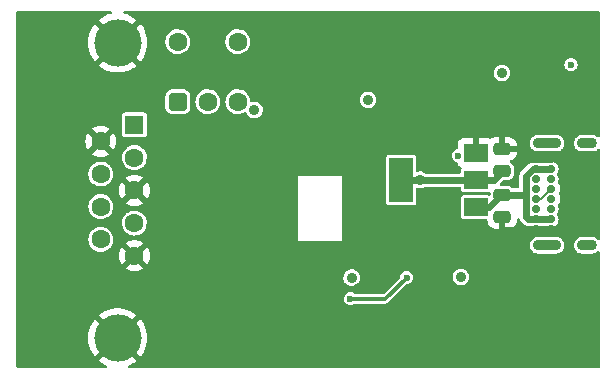
<source format=gbr>
%TF.GenerationSoftware,KiCad,Pcbnew,(6.0.2)*%
%TF.CreationDate,2022-11-22T23:48:31+01:00*%
%TF.ProjectId,CANap_,43414e61-70e9-42e6-9b69-6361645f7063,rev?*%
%TF.SameCoordinates,Original*%
%TF.FileFunction,Copper,L4,Bot*%
%TF.FilePolarity,Positive*%
%FSLAX46Y46*%
G04 Gerber Fmt 4.6, Leading zero omitted, Abs format (unit mm)*
G04 Created by KiCad (PCBNEW (6.0.2)) date 2022-11-22 23:48:31*
%MOMM*%
%LPD*%
G01*
G04 APERTURE LIST*
G04 Aperture macros list*
%AMRoundRect*
0 Rectangle with rounded corners*
0 $1 Rounding radius*
0 $2 $3 $4 $5 $6 $7 $8 $9 X,Y pos of 4 corners*
0 Add a 4 corners polygon primitive as box body*
4,1,4,$2,$3,$4,$5,$6,$7,$8,$9,$2,$3,0*
0 Add four circle primitives for the rounded corners*
1,1,$1+$1,$2,$3*
1,1,$1+$1,$4,$5*
1,1,$1+$1,$6,$7*
1,1,$1+$1,$8,$9*
0 Add four rect primitives between the rounded corners*
20,1,$1+$1,$2,$3,$4,$5,0*
20,1,$1+$1,$4,$5,$6,$7,0*
20,1,$1+$1,$6,$7,$8,$9,0*
20,1,$1+$1,$8,$9,$2,$3,0*%
G04 Aperture macros list end*
%TA.AperFunction,ComponentPad*%
%ADD10C,4.000000*%
%TD*%
%TA.AperFunction,ComponentPad*%
%ADD11R,1.600000X1.600000*%
%TD*%
%TA.AperFunction,ComponentPad*%
%ADD12C,1.600000*%
%TD*%
%TA.AperFunction,ComponentPad*%
%ADD13RoundRect,0.400000X-0.400000X0.400000X-0.400000X-0.400000X0.400000X-0.400000X0.400000X0.400000X0*%
%TD*%
%TA.AperFunction,ComponentPad*%
%ADD14C,0.700000*%
%TD*%
%TA.AperFunction,ComponentPad*%
%ADD15O,2.400000X0.900000*%
%TD*%
%TA.AperFunction,ComponentPad*%
%ADD16O,1.700000X0.900000*%
%TD*%
%TA.AperFunction,SMDPad,CuDef*%
%ADD17RoundRect,0.250000X-0.475000X0.250000X-0.475000X-0.250000X0.475000X-0.250000X0.475000X0.250000X0*%
%TD*%
%TA.AperFunction,SMDPad,CuDef*%
%ADD18R,2.000000X1.500000*%
%TD*%
%TA.AperFunction,SMDPad,CuDef*%
%ADD19R,2.000000X3.800000*%
%TD*%
%TA.AperFunction,SMDPad,CuDef*%
%ADD20RoundRect,0.250000X0.475000X-0.250000X0.475000X0.250000X-0.475000X0.250000X-0.475000X-0.250000X0*%
%TD*%
%TA.AperFunction,ViaPad*%
%ADD21C,0.600000*%
%TD*%
%TA.AperFunction,ViaPad*%
%ADD22C,0.900000*%
%TD*%
%TA.AperFunction,Conductor*%
%ADD23C,0.600000*%
%TD*%
%TA.AperFunction,Conductor*%
%ADD24C,0.400000*%
%TD*%
%TA.AperFunction,Conductor*%
%ADD25C,0.150000*%
%TD*%
%TA.AperFunction,Conductor*%
%ADD26C,0.300000*%
%TD*%
G04 APERTURE END LIST*
D10*
%TO.P,J2,0,PAD*%
%TO.N,GND*%
X138460331Y-70490000D03*
X138460331Y-95490000D03*
D11*
%TO.P,J2,1,1*%
%TO.N,unconnected-(J2-Pad1)*%
X139880331Y-77450000D03*
D12*
%TO.P,J2,2,2*%
%TO.N,CANL*%
X139880331Y-80220000D03*
%TO.P,J2,3,3*%
%TO.N,GND*%
X139880331Y-82990000D03*
%TO.P,J2,4,4*%
%TO.N,unconnected-(J2-Pad4)*%
X139880331Y-85760000D03*
%TO.P,J2,5,5*%
%TO.N,GND*%
X139880331Y-88530000D03*
%TO.P,J2,6,6*%
X137040331Y-78835000D03*
%TO.P,J2,7,7*%
%TO.N,CANH*%
X137040331Y-81605000D03*
%TO.P,J2,8,8*%
%TO.N,unconnected-(J2-Pad8)*%
X137040331Y-84375000D03*
%TO.P,J2,9,9*%
%TO.N,unconnected-(J2-Pad9)*%
X137040331Y-87145000D03*
%TD*%
%TO.P,SW2,*%
%TO.N,*%
X143560000Y-70410000D03*
X148640000Y-70410000D03*
D13*
%TO.P,SW2,1,A*%
%TO.N,CANL*%
X143560000Y-75490000D03*
D12*
%TO.P,SW2,2,B*%
%TO.N,Net-(R1-Pad2)*%
X146100000Y-75490000D03*
%TO.P,SW2,3,C*%
%TO.N,unconnected-(SW2-Pad3)*%
X148640000Y-75490000D03*
%TD*%
D14*
%TO.P,J1,A1,GND*%
%TO.N,GND*%
X173850000Y-80350000D03*
%TO.P,J1,A4,VBUS*%
%TO.N,+5V*%
X173850000Y-81200000D03*
%TO.P,J1,A5,CC1*%
%TO.N,Net-(J1-PadA5)*%
X173850000Y-82050000D03*
%TO.P,J1,A6,D+*%
%TO.N,/USB+*%
X173850000Y-82900000D03*
%TO.P,J1,A7,D-*%
%TO.N,/USB-*%
X173850000Y-83750000D03*
%TO.P,J1,A8,SBU1*%
%TO.N,unconnected-(J1-PadA8)*%
X173850000Y-84600000D03*
%TO.P,J1,A9,VBUS*%
%TO.N,+5V*%
X173850000Y-85450000D03*
%TO.P,J1,A12,GND*%
%TO.N,GND*%
X173850000Y-86300000D03*
%TO.P,J1,B1,GND*%
X175200000Y-86300000D03*
%TO.P,J1,B4,VBUS*%
%TO.N,+5V*%
X175200000Y-85450000D03*
%TO.P,J1,B5,CC2*%
%TO.N,Net-(J1-PadB5)*%
X175200000Y-84600000D03*
%TO.P,J1,B6,D+*%
%TO.N,/USB+*%
X175200000Y-83750000D03*
%TO.P,J1,B7,D-*%
%TO.N,/USB-*%
X175200000Y-82900000D03*
%TO.P,J1,B8,SBU2*%
%TO.N,unconnected-(J1-PadB8)*%
X175200000Y-82050000D03*
%TO.P,J1,B9,VBUS*%
%TO.N,+5V*%
X175200000Y-81200000D03*
%TO.P,J1,B12,GND*%
%TO.N,GND*%
X175200000Y-80350000D03*
D15*
%TO.P,J1,S1,SHIELD*%
%TO.N,unconnected-(J1-PadS1)*%
X174830000Y-79000000D03*
D16*
X178210000Y-87650000D03*
X178210000Y-79000000D03*
D15*
X174830000Y-87650000D03*
%TD*%
D17*
%TO.P,C2,1*%
%TO.N,GND*%
X171018750Y-79468750D03*
%TO.P,C2,2*%
%TO.N,+3V3*%
X171018750Y-81368750D03*
%TD*%
D18*
%TO.P,U1,1,GND*%
%TO.N,GND*%
X168768750Y-79818750D03*
%TO.P,U1,2,VO*%
%TO.N,+3V3*%
X168768750Y-82118750D03*
D19*
X162468750Y-82118750D03*
D18*
%TO.P,U1,3,VI*%
%TO.N,+5V*%
X168768750Y-84418750D03*
%TD*%
D20*
%TO.P,C1,2*%
%TO.N,+5V*%
X171018750Y-83368750D03*
%TO.P,C1,1*%
%TO.N,GND*%
X171018750Y-85268750D03*
%TD*%
D21*
%TO.N,GND*%
X166250000Y-81300000D03*
X171600000Y-92200000D03*
X143300000Y-92350000D03*
X147050000Y-92350000D03*
X147050000Y-89250000D03*
X143300000Y-89100000D03*
X166350000Y-76200000D03*
X166350000Y-74250000D03*
X168750000Y-74300000D03*
X168750000Y-76150000D03*
X170250000Y-78100000D03*
%TO.N,+3V3*%
X176850000Y-72350000D03*
X167300000Y-80050000D03*
%TO.N,GND*%
X155750000Y-96450000D03*
D22*
X155925000Y-78675000D03*
D21*
X172768750Y-79018750D03*
X171175000Y-88925000D03*
X172500000Y-86300000D03*
D22*
X165925000Y-90075000D03*
X158175000Y-80525000D03*
X158175000Y-93275000D03*
D21*
X157684114Y-85128237D03*
D22*
X151300000Y-76350000D03*
D21*
X176950000Y-69350000D03*
X160871925Y-81737669D03*
X176875000Y-76975000D03*
D22*
X155875000Y-76575000D03*
D21*
X145400000Y-83200000D03*
D22*
%TO.N,+3V3*%
X171000000Y-73050000D03*
X162018750Y-83518750D03*
X167525000Y-90325000D03*
X150050000Y-76200000D03*
X158275000Y-90375000D03*
X159667657Y-75324500D03*
X164050000Y-82093750D03*
D21*
%TO.N,Net-(D4-Pad2)*%
X158175000Y-92175000D03*
X162925000Y-90375000D03*
%TD*%
D23*
%TO.N,+3V3*%
X164075000Y-82118750D02*
X168768750Y-82118750D01*
X164050000Y-82093750D02*
X164075000Y-82118750D01*
D24*
%TO.N,GND*%
X170150000Y-78000000D02*
X170250000Y-78100000D01*
X169050000Y-78000000D02*
X170150000Y-78000000D01*
X168768750Y-78281250D02*
X169050000Y-78000000D01*
X168768750Y-79818750D02*
X168768750Y-78281250D01*
X171000000Y-85287500D02*
X171018750Y-85268750D01*
X171000000Y-86300000D02*
X171000000Y-85287500D01*
X173850000Y-86300000D02*
X171000000Y-86300000D01*
X175200000Y-86300000D02*
X176650000Y-86300000D01*
X173850000Y-86300000D02*
X175200000Y-86300000D01*
D23*
%TO.N,+5V*%
X173601847Y-81200000D02*
X175200000Y-81200000D01*
X173018750Y-81783097D02*
X173601847Y-81200000D01*
X173018750Y-83118750D02*
X173018750Y-81783097D01*
X173050000Y-83150000D02*
X173018750Y-83118750D01*
X173050000Y-83350000D02*
X173050000Y-83150000D01*
X170950000Y-83350000D02*
X173050000Y-83350000D01*
X169881250Y-84418750D02*
X170950000Y-83350000D01*
X168768750Y-84418750D02*
X169881250Y-84418750D01*
X173018750Y-85218750D02*
X173250000Y-85450000D01*
X173250000Y-85450000D02*
X175200000Y-85450000D01*
X173018750Y-83118750D02*
X173018750Y-85218750D01*
D25*
%TO.N,/USB-*%
X174350000Y-83750000D02*
X175200000Y-82900000D01*
X173850000Y-83750000D02*
X174350000Y-83750000D01*
D23*
%TO.N,+3V3*%
X166168750Y-82118750D02*
X162568750Y-82118750D01*
X170356250Y-82118750D02*
X171018750Y-81456250D01*
X168768750Y-82118750D02*
X170356250Y-82118750D01*
D26*
%TO.N,Net-(D4-Pad2)*%
X158175000Y-92175000D02*
X161125000Y-92175000D01*
X161125000Y-92175000D02*
X162925000Y-90375000D01*
%TD*%
%TA.AperFunction,Conductor*%
%TO.N,GND*%
G36*
X137923068Y-67820002D02*
G01*
X137969561Y-67873658D01*
X137979665Y-67943932D01*
X137950171Y-68008512D01*
X137886282Y-68048041D01*
X137687627Y-68099047D01*
X137680101Y-68101492D01*
X137394038Y-68214753D01*
X137386903Y-68218110D01*
X137117292Y-68366330D01*
X137110612Y-68370570D01*
X136887508Y-68532664D01*
X136879085Y-68543587D01*
X136885989Y-68556448D01*
X138447519Y-70117978D01*
X138461463Y-70125592D01*
X138463296Y-70125461D01*
X138469911Y-70121210D01*
X140034997Y-68556124D01*
X140041610Y-68544013D01*
X140032783Y-68532395D01*
X139810050Y-68370570D01*
X139803370Y-68366330D01*
X139533759Y-68218110D01*
X139526624Y-68214753D01*
X139240561Y-68101492D01*
X139233035Y-68099047D01*
X139034380Y-68048041D01*
X138973374Y-68011727D01*
X138941685Y-67948194D01*
X138949375Y-67877616D01*
X138994002Y-67822398D01*
X139065715Y-67800000D01*
X179174000Y-67800000D01*
X179242121Y-67820002D01*
X179288614Y-67873658D01*
X179300000Y-67926000D01*
X179300000Y-78389967D01*
X179279998Y-78458088D01*
X179226342Y-78504581D01*
X179156068Y-78514685D01*
X179089689Y-78483603D01*
X179087162Y-78481328D01*
X179082169Y-78475604D01*
X179003459Y-78420286D01*
X178949670Y-78382482D01*
X178949668Y-78382481D01*
X178943453Y-78378113D01*
X178785487Y-78316524D01*
X178777954Y-78315532D01*
X178777953Y-78315532D01*
X178660261Y-78300038D01*
X178660260Y-78300038D01*
X178656174Y-78299500D01*
X177767484Y-78299500D01*
X177641680Y-78314724D01*
X177483077Y-78374655D01*
X177476819Y-78378956D01*
X177351298Y-78465225D01*
X177343349Y-78470688D01*
X177338297Y-78476358D01*
X177338296Y-78476359D01*
X177235612Y-78591608D01*
X177235610Y-78591612D01*
X177230560Y-78597279D01*
X177227008Y-78603988D01*
X177227007Y-78603989D01*
X177220648Y-78615999D01*
X177151224Y-78747119D01*
X177109919Y-78911559D01*
X177109031Y-79081105D01*
X177110805Y-79088492D01*
X177110805Y-79088496D01*
X177136768Y-79196635D01*
X177148612Y-79245968D01*
X177152093Y-79252712D01*
X177152094Y-79252715D01*
X177199665Y-79344882D01*
X177226375Y-79396631D01*
X177231367Y-79402353D01*
X177231368Y-79402355D01*
X177280114Y-79458234D01*
X177337831Y-79524396D01*
X177396351Y-79565525D01*
X177470330Y-79617518D01*
X177470332Y-79617519D01*
X177476547Y-79621887D01*
X177634513Y-79683476D01*
X177642046Y-79684468D01*
X177642047Y-79684468D01*
X177759739Y-79699962D01*
X177763826Y-79700500D01*
X178652516Y-79700500D01*
X178778320Y-79685276D01*
X178936923Y-79625345D01*
X179023301Y-79565979D01*
X179070392Y-79533614D01*
X179070393Y-79533613D01*
X179076651Y-79529312D01*
X179081704Y-79523641D01*
X179087401Y-79518618D01*
X179088744Y-79520142D01*
X179140166Y-79488085D01*
X179211156Y-79489060D01*
X179270349Y-79528261D01*
X179298952Y-79593241D01*
X179300000Y-79609457D01*
X179300000Y-87039967D01*
X179279998Y-87108088D01*
X179226342Y-87154581D01*
X179156068Y-87164685D01*
X179089689Y-87133603D01*
X179087162Y-87131328D01*
X179082169Y-87125604D01*
X178960320Y-87039967D01*
X178949670Y-87032482D01*
X178949668Y-87032481D01*
X178943453Y-87028113D01*
X178785487Y-86966524D01*
X178777954Y-86965532D01*
X178777953Y-86965532D01*
X178660261Y-86950038D01*
X178660260Y-86950038D01*
X178656174Y-86949500D01*
X177767484Y-86949500D01*
X177641680Y-86964724D01*
X177483077Y-87024655D01*
X177343349Y-87120688D01*
X177338297Y-87126358D01*
X177338296Y-87126359D01*
X177235612Y-87241608D01*
X177235610Y-87241612D01*
X177230560Y-87247279D01*
X177227008Y-87253988D01*
X177227007Y-87253989D01*
X177205418Y-87294764D01*
X177151224Y-87397119D01*
X177109919Y-87561559D01*
X177109031Y-87731105D01*
X177110805Y-87738492D01*
X177110805Y-87738496D01*
X177129842Y-87817789D01*
X177148612Y-87895968D01*
X177152093Y-87902712D01*
X177152094Y-87902715D01*
X177206332Y-88007798D01*
X177226375Y-88046631D01*
X177231367Y-88052353D01*
X177231368Y-88052355D01*
X177251949Y-88075947D01*
X177337831Y-88174396D01*
X177344045Y-88178763D01*
X177470330Y-88267518D01*
X177470332Y-88267519D01*
X177476547Y-88271887D01*
X177634513Y-88333476D01*
X177642046Y-88334468D01*
X177642047Y-88334468D01*
X177759739Y-88349962D01*
X177763826Y-88350500D01*
X178652516Y-88350500D01*
X178778320Y-88335276D01*
X178936923Y-88275345D01*
X178983634Y-88243241D01*
X179070392Y-88183614D01*
X179070393Y-88183613D01*
X179076651Y-88179312D01*
X179081704Y-88173641D01*
X179087401Y-88168618D01*
X179088744Y-88170142D01*
X179140166Y-88138085D01*
X179211156Y-88139060D01*
X179270349Y-88178261D01*
X179298952Y-88243241D01*
X179300000Y-88259457D01*
X179300000Y-97924000D01*
X179279998Y-97992121D01*
X179226342Y-98038614D01*
X179174000Y-98050000D01*
X139467937Y-98050000D01*
X139399816Y-98029998D01*
X139353323Y-97976342D01*
X139343219Y-97906068D01*
X139372713Y-97841488D01*
X139421553Y-97806848D01*
X139526624Y-97765247D01*
X139533759Y-97761890D01*
X139803370Y-97613670D01*
X139810050Y-97609430D01*
X140033154Y-97447336D01*
X140041577Y-97436413D01*
X140034673Y-97423552D01*
X138473143Y-95862022D01*
X138459199Y-95854408D01*
X138457366Y-95854539D01*
X138450751Y-95858790D01*
X136885665Y-97423876D01*
X136879052Y-97435987D01*
X136887879Y-97447605D01*
X137110612Y-97609430D01*
X137117292Y-97613670D01*
X137386903Y-97761890D01*
X137394038Y-97765247D01*
X137499109Y-97806848D01*
X137555083Y-97850523D01*
X137578559Y-97917526D01*
X137562083Y-97986584D01*
X137510887Y-98035773D01*
X137452725Y-98050000D01*
X130026000Y-98050000D01*
X129957879Y-98029998D01*
X129911386Y-97976342D01*
X129900000Y-97924000D01*
X129900000Y-95493958D01*
X135947621Y-95493958D01*
X135966938Y-95800994D01*
X135967931Y-95808855D01*
X136025577Y-96111046D01*
X136027548Y-96118723D01*
X136122615Y-96411309D01*
X136125530Y-96418672D01*
X136256520Y-96697041D01*
X136260332Y-96703974D01*
X136425182Y-96963736D01*
X136429826Y-96970129D01*
X136504828Y-97060790D01*
X136517345Y-97069245D01*
X136528083Y-97063038D01*
X138088309Y-95502812D01*
X138094687Y-95491132D01*
X138824739Y-95491132D01*
X138824870Y-95492965D01*
X138829121Y-95499580D01*
X140391476Y-97061935D01*
X140404738Y-97069177D01*
X140414843Y-97061988D01*
X140490836Y-96970129D01*
X140495480Y-96963736D01*
X140660330Y-96703974D01*
X140664142Y-96697041D01*
X140795132Y-96418672D01*
X140798047Y-96411309D01*
X140893114Y-96118723D01*
X140895085Y-96111046D01*
X140952731Y-95808855D01*
X140953724Y-95800994D01*
X140973041Y-95493958D01*
X140973041Y-95486042D01*
X140953724Y-95179006D01*
X140952731Y-95171145D01*
X140895085Y-94868954D01*
X140893114Y-94861277D01*
X140798047Y-94568691D01*
X140795132Y-94561328D01*
X140664142Y-94282959D01*
X140660330Y-94276026D01*
X140495480Y-94016264D01*
X140490836Y-94009871D01*
X140415834Y-93919210D01*
X140403317Y-93910755D01*
X140392579Y-93916962D01*
X138832353Y-95477188D01*
X138824739Y-95491132D01*
X138094687Y-95491132D01*
X138095923Y-95488868D01*
X138095792Y-95487035D01*
X138091541Y-95480420D01*
X136529186Y-93918065D01*
X136515924Y-93910823D01*
X136505819Y-93918012D01*
X136429826Y-94009871D01*
X136425182Y-94016264D01*
X136260332Y-94276026D01*
X136256520Y-94282959D01*
X136125530Y-94561328D01*
X136122615Y-94568691D01*
X136027548Y-94861277D01*
X136025577Y-94868954D01*
X135967931Y-95171145D01*
X135966938Y-95179006D01*
X135947621Y-95486042D01*
X135947621Y-95493958D01*
X129900000Y-95493958D01*
X129900000Y-93543587D01*
X136879085Y-93543587D01*
X136885989Y-93556448D01*
X138447519Y-95117978D01*
X138461463Y-95125592D01*
X138463296Y-95125461D01*
X138469911Y-95121210D01*
X140034997Y-93556124D01*
X140041610Y-93544013D01*
X140032783Y-93532395D01*
X139810050Y-93370570D01*
X139803370Y-93366330D01*
X139533759Y-93218110D01*
X139526624Y-93214753D01*
X139240561Y-93101492D01*
X139233035Y-93099047D01*
X138935052Y-93022538D01*
X138927281Y-93021055D01*
X138622053Y-92982497D01*
X138614162Y-92982000D01*
X138306500Y-92982000D01*
X138298609Y-92982497D01*
X137993381Y-93021055D01*
X137985610Y-93022538D01*
X137687627Y-93099047D01*
X137680101Y-93101492D01*
X137394038Y-93214753D01*
X137386903Y-93218110D01*
X137117292Y-93366330D01*
X137110612Y-93370570D01*
X136887508Y-93532664D01*
X136879085Y-93543587D01*
X129900000Y-93543587D01*
X129900000Y-92175000D01*
X157619750Y-92175000D01*
X157638670Y-92318709D01*
X157694139Y-92452625D01*
X157782379Y-92567621D01*
X157897375Y-92655861D01*
X158031291Y-92711330D01*
X158175000Y-92730250D01*
X158318709Y-92711330D01*
X158452625Y-92655861D01*
X158523420Y-92601538D01*
X158589640Y-92575937D01*
X158600124Y-92575500D01*
X161188433Y-92575500D01*
X161197864Y-92572436D01*
X161197868Y-92572435D01*
X161209353Y-92568703D01*
X161228578Y-92564087D01*
X161240512Y-92562197D01*
X161240513Y-92562197D01*
X161250304Y-92560646D01*
X161259137Y-92556145D01*
X161259141Y-92556144D01*
X161269906Y-92550659D01*
X161288166Y-92543095D01*
X161309090Y-92536296D01*
X161326893Y-92523361D01*
X161343745Y-92513035D01*
X161354502Y-92507554D01*
X161363342Y-92503050D01*
X161385905Y-92480487D01*
X161385909Y-92480484D01*
X162907587Y-90958805D01*
X162969899Y-90924780D01*
X162980230Y-90922979D01*
X163068709Y-90911330D01*
X163202625Y-90855861D01*
X163317621Y-90767621D01*
X163405861Y-90652625D01*
X163461330Y-90518709D01*
X163480250Y-90375000D01*
X163472694Y-90317611D01*
X166819394Y-90317611D01*
X166837999Y-90486135D01*
X166896266Y-90645356D01*
X166900502Y-90651659D01*
X166900502Y-90651660D01*
X166913574Y-90671113D01*
X166990830Y-90786083D01*
X166996442Y-90791190D01*
X166996445Y-90791193D01*
X167110612Y-90895077D01*
X167110616Y-90895080D01*
X167116233Y-90900191D01*
X167122906Y-90903814D01*
X167122910Y-90903817D01*
X167258558Y-90977467D01*
X167258560Y-90977468D01*
X167265235Y-90981092D01*
X167272584Y-90983020D01*
X167421883Y-91022188D01*
X167421885Y-91022188D01*
X167429233Y-91024116D01*
X167515609Y-91025473D01*
X167591161Y-91026660D01*
X167591164Y-91026660D01*
X167598760Y-91026779D01*
X167606165Y-91025083D01*
X167606166Y-91025083D01*
X167666586Y-91011245D01*
X167764029Y-90988928D01*
X167915498Y-90912747D01*
X167994713Y-90845090D01*
X168038651Y-90807564D01*
X168038652Y-90807563D01*
X168044423Y-90802634D01*
X168143361Y-90664947D01*
X168146194Y-90657900D01*
X168203766Y-90514687D01*
X168203767Y-90514685D01*
X168206601Y-90507634D01*
X168224889Y-90379135D01*
X168229909Y-90343862D01*
X168229909Y-90343859D01*
X168230490Y-90339778D01*
X168230645Y-90325000D01*
X168230012Y-90319765D01*
X168216371Y-90207047D01*
X168210276Y-90156680D01*
X168150345Y-89998077D01*
X168084884Y-89902831D01*
X168058614Y-89864608D01*
X168058613Y-89864607D01*
X168054312Y-89858349D01*
X168015230Y-89823528D01*
X167933392Y-89750612D01*
X167933388Y-89750610D01*
X167927721Y-89745560D01*
X167879024Y-89719776D01*
X167792701Y-89674071D01*
X167777881Y-89666224D01*
X167613441Y-89624919D01*
X167605843Y-89624879D01*
X167605841Y-89624879D01*
X167528668Y-89624475D01*
X167443895Y-89624031D01*
X167436508Y-89625805D01*
X167436504Y-89625805D01*
X167293162Y-89660220D01*
X167279032Y-89663612D01*
X167272288Y-89667093D01*
X167272285Y-89667094D01*
X167170216Y-89719776D01*
X167128369Y-89741375D01*
X167122647Y-89746367D01*
X167122645Y-89746368D01*
X167101016Y-89765236D01*
X167000604Y-89852831D01*
X166965137Y-89903295D01*
X166913089Y-89977353D01*
X166903113Y-89991547D01*
X166841524Y-90149513D01*
X166840532Y-90157046D01*
X166840532Y-90157047D01*
X166831763Y-90223660D01*
X166819394Y-90317611D01*
X163472694Y-90317611D01*
X163461330Y-90231291D01*
X163405861Y-90097375D01*
X163317621Y-89982379D01*
X163202625Y-89894139D01*
X163068709Y-89838670D01*
X162925000Y-89819750D01*
X162781291Y-89838670D01*
X162647375Y-89894139D01*
X162532379Y-89982379D01*
X162444139Y-90097375D01*
X162388670Y-90231291D01*
X162377306Y-90317611D01*
X162377022Y-90319765D01*
X162348299Y-90384692D01*
X162341195Y-90392413D01*
X160996012Y-91737595D01*
X160933700Y-91771621D01*
X160906917Y-91774500D01*
X158600124Y-91774500D01*
X158532003Y-91754498D01*
X158523420Y-91748462D01*
X158509258Y-91737595D01*
X158452625Y-91694139D01*
X158318709Y-91638670D01*
X158175000Y-91619750D01*
X158031291Y-91638670D01*
X157897375Y-91694139D01*
X157782379Y-91782379D01*
X157694139Y-91897375D01*
X157638670Y-92031291D01*
X157619750Y-92175000D01*
X129900000Y-92175000D01*
X129900000Y-90367611D01*
X157569394Y-90367611D01*
X157587999Y-90536135D01*
X157595867Y-90557634D01*
X157633027Y-90659178D01*
X157646266Y-90695356D01*
X157650502Y-90701659D01*
X157650502Y-90701660D01*
X157663574Y-90721113D01*
X157740830Y-90836083D01*
X157746442Y-90841190D01*
X157746445Y-90841193D01*
X157860612Y-90945077D01*
X157860616Y-90945080D01*
X157866233Y-90950191D01*
X157872906Y-90953814D01*
X157872910Y-90953817D01*
X158008558Y-91027467D01*
X158008560Y-91027468D01*
X158015235Y-91031092D01*
X158022584Y-91033020D01*
X158171883Y-91072188D01*
X158171885Y-91072188D01*
X158179233Y-91074116D01*
X158265609Y-91075473D01*
X158341161Y-91076660D01*
X158341164Y-91076660D01*
X158348760Y-91076779D01*
X158356165Y-91075083D01*
X158356166Y-91075083D01*
X158416586Y-91061245D01*
X158514029Y-91038928D01*
X158665498Y-90962747D01*
X158794423Y-90852634D01*
X158893361Y-90714947D01*
X158901237Y-90695356D01*
X158953766Y-90564687D01*
X158953767Y-90564685D01*
X158956601Y-90557634D01*
X158980490Y-90389778D01*
X158980645Y-90375000D01*
X158978840Y-90360080D01*
X158963254Y-90231291D01*
X158960276Y-90206680D01*
X158900345Y-90048077D01*
X158861493Y-89991547D01*
X158808614Y-89914608D01*
X158808613Y-89914607D01*
X158804312Y-89908349D01*
X158792514Y-89897837D01*
X158683392Y-89800612D01*
X158683388Y-89800610D01*
X158677721Y-89795560D01*
X158527881Y-89716224D01*
X158363441Y-89674919D01*
X158355843Y-89674879D01*
X158355841Y-89674879D01*
X158278668Y-89674475D01*
X158193895Y-89674031D01*
X158186508Y-89675805D01*
X158186504Y-89675805D01*
X158043162Y-89710220D01*
X158029032Y-89713612D01*
X158022288Y-89717093D01*
X158022285Y-89717094D01*
X157936270Y-89761490D01*
X157878369Y-89791375D01*
X157872647Y-89796367D01*
X157872645Y-89796368D01*
X157813645Y-89847837D01*
X157750604Y-89902831D01*
X157746237Y-89909045D01*
X157683278Y-89998627D01*
X157653113Y-90041547D01*
X157591524Y-90199513D01*
X157590532Y-90207046D01*
X157590532Y-90207047D01*
X157572521Y-90343862D01*
X157569394Y-90367611D01*
X129900000Y-90367611D01*
X129900000Y-89616062D01*
X139158824Y-89616062D01*
X139168120Y-89628077D01*
X139219325Y-89663931D01*
X139228820Y-89669414D01*
X139426278Y-89761490D01*
X139436570Y-89765236D01*
X139647019Y-89821625D01*
X139657812Y-89823528D01*
X139874856Y-89842517D01*
X139885806Y-89842517D01*
X140102850Y-89823528D01*
X140113643Y-89821625D01*
X140324092Y-89765236D01*
X140334384Y-89761490D01*
X140531842Y-89669414D01*
X140541337Y-89663931D01*
X140593379Y-89627491D01*
X140601755Y-89617012D01*
X140594687Y-89603566D01*
X139893143Y-88902022D01*
X139879199Y-88894408D01*
X139877366Y-88894539D01*
X139870751Y-88898790D01*
X139165254Y-89604287D01*
X139158824Y-89616062D01*
X129900000Y-89616062D01*
X129900000Y-88535475D01*
X138567814Y-88535475D01*
X138586803Y-88752519D01*
X138588706Y-88763312D01*
X138645095Y-88973761D01*
X138648841Y-88984053D01*
X138740917Y-89181511D01*
X138746400Y-89191006D01*
X138782840Y-89243048D01*
X138793319Y-89251424D01*
X138806765Y-89244356D01*
X139508309Y-88542812D01*
X139514687Y-88531132D01*
X140244739Y-88531132D01*
X140244870Y-88532965D01*
X140249121Y-88539580D01*
X140954618Y-89245077D01*
X140966393Y-89251507D01*
X140978408Y-89242211D01*
X141014262Y-89191006D01*
X141019745Y-89181511D01*
X141111821Y-88984053D01*
X141115567Y-88973761D01*
X141171956Y-88763312D01*
X141173859Y-88752519D01*
X141192848Y-88535475D01*
X141192848Y-88524525D01*
X141173859Y-88307481D01*
X141171956Y-88296688D01*
X141115567Y-88086239D01*
X141111821Y-88075947D01*
X141019745Y-87878489D01*
X141014262Y-87868994D01*
X140977822Y-87816952D01*
X140967343Y-87808576D01*
X140953897Y-87815644D01*
X140252353Y-88517188D01*
X140244739Y-88531132D01*
X139514687Y-88531132D01*
X139515923Y-88528868D01*
X139515792Y-88527035D01*
X139511541Y-88520420D01*
X138806044Y-87814923D01*
X138794269Y-87808493D01*
X138782254Y-87817789D01*
X138746400Y-87868994D01*
X138740917Y-87878489D01*
X138648841Y-88075947D01*
X138645095Y-88086239D01*
X138588706Y-88296688D01*
X138586803Y-88307481D01*
X138567814Y-88524525D01*
X138567814Y-88535475D01*
X129900000Y-88535475D01*
X129900000Y-87130262D01*
X135984851Y-87130262D01*
X136002090Y-87335553D01*
X136003789Y-87341478D01*
X136029724Y-87431923D01*
X136058875Y-87533586D01*
X136061690Y-87539063D01*
X136061691Y-87539066D01*
X136080927Y-87576495D01*
X136153043Y-87716818D01*
X136281008Y-87878270D01*
X136437895Y-88011791D01*
X136443273Y-88014797D01*
X136443275Y-88014798D01*
X136527812Y-88062044D01*
X136617729Y-88112297D01*
X136697096Y-88138085D01*
X136807802Y-88174056D01*
X136807806Y-88174057D01*
X136813660Y-88175959D01*
X137018225Y-88200351D01*
X137024360Y-88199879D01*
X137024362Y-88199879D01*
X137080370Y-88195569D01*
X137223631Y-88184546D01*
X137229561Y-88182890D01*
X137229563Y-88182890D01*
X137416128Y-88130800D01*
X137416127Y-88130800D01*
X137422056Y-88129145D01*
X137427545Y-88126372D01*
X137427551Y-88126370D01*
X137586633Y-88046011D01*
X137605941Y-88036258D01*
X137768282Y-87909424D01*
X137780286Y-87895518D01*
X137898871Y-87758134D01*
X137898871Y-87758133D01*
X137902895Y-87753472D01*
X137923718Y-87716818D01*
X138001607Y-87579707D01*
X138004654Y-87574344D01*
X138048350Y-87442988D01*
X139158907Y-87442988D01*
X139165975Y-87456434D01*
X139867519Y-88157978D01*
X139881463Y-88165592D01*
X139883296Y-88165461D01*
X139889911Y-88161210D01*
X140320016Y-87731105D01*
X173379031Y-87731105D01*
X173380805Y-87738492D01*
X173380805Y-87738496D01*
X173399842Y-87817789D01*
X173418612Y-87895968D01*
X173422093Y-87902712D01*
X173422094Y-87902715D01*
X173476332Y-88007798D01*
X173496375Y-88046631D01*
X173501367Y-88052353D01*
X173501368Y-88052355D01*
X173521949Y-88075947D01*
X173607831Y-88174396D01*
X173614045Y-88178763D01*
X173740330Y-88267518D01*
X173740332Y-88267519D01*
X173746547Y-88271887D01*
X173904513Y-88333476D01*
X173912046Y-88334468D01*
X173912047Y-88334468D01*
X174029739Y-88349962D01*
X174033826Y-88350500D01*
X175622516Y-88350500D01*
X175748320Y-88335276D01*
X175906923Y-88275345D01*
X175953634Y-88243241D01*
X176040392Y-88183614D01*
X176040393Y-88183613D01*
X176046651Y-88179312D01*
X176051704Y-88173641D01*
X176154388Y-88058392D01*
X176154390Y-88058388D01*
X176159440Y-88052721D01*
X176166238Y-88039883D01*
X176195254Y-87985080D01*
X176238776Y-87902881D01*
X176280081Y-87738441D01*
X176280969Y-87568895D01*
X176241388Y-87404032D01*
X176228398Y-87378863D01*
X176167108Y-87260117D01*
X176167108Y-87260116D01*
X176163625Y-87253369D01*
X176158313Y-87247279D01*
X176077447Y-87154581D01*
X176052169Y-87125604D01*
X175930320Y-87039967D01*
X175919670Y-87032482D01*
X175919668Y-87032481D01*
X175913453Y-87028113D01*
X175755487Y-86966524D01*
X175747954Y-86965532D01*
X175747953Y-86965532D01*
X175630261Y-86950038D01*
X175630260Y-86950038D01*
X175626174Y-86949500D01*
X174037484Y-86949500D01*
X173911680Y-86964724D01*
X173753077Y-87024655D01*
X173613349Y-87120688D01*
X173608297Y-87126358D01*
X173608296Y-87126359D01*
X173505612Y-87241608D01*
X173505610Y-87241612D01*
X173500560Y-87247279D01*
X173497008Y-87253988D01*
X173497007Y-87253989D01*
X173475418Y-87294764D01*
X173421224Y-87397119D01*
X173379919Y-87561559D01*
X173379031Y-87731105D01*
X140320016Y-87731105D01*
X140595408Y-87455713D01*
X140601838Y-87443938D01*
X140592542Y-87431923D01*
X140541337Y-87396069D01*
X140531842Y-87390586D01*
X140334384Y-87298510D01*
X140324092Y-87294764D01*
X140157029Y-87250000D01*
X153700000Y-87250000D01*
X157500000Y-87250000D01*
X157500000Y-84043424D01*
X161218250Y-84043424D01*
X161232784Y-84116490D01*
X161288149Y-84199351D01*
X161371010Y-84254716D01*
X161444076Y-84269250D01*
X163493424Y-84269250D01*
X163566490Y-84254716D01*
X163649351Y-84199351D01*
X163704716Y-84116490D01*
X163719250Y-84043424D01*
X163719250Y-82894539D01*
X163739252Y-82826418D01*
X163792908Y-82779925D01*
X163863182Y-82769821D01*
X163877223Y-82772663D01*
X163946883Y-82790938D01*
X163946885Y-82790938D01*
X163954233Y-82792866D01*
X164040609Y-82794223D01*
X164116161Y-82795410D01*
X164116164Y-82795410D01*
X164123760Y-82795529D01*
X164131165Y-82793833D01*
X164131166Y-82793833D01*
X164223600Y-82772663D01*
X164289029Y-82757678D01*
X164438136Y-82682685D01*
X164494750Y-82669250D01*
X167392250Y-82669250D01*
X167460371Y-82689252D01*
X167506864Y-82742908D01*
X167518250Y-82795250D01*
X167518250Y-82893424D01*
X167532784Y-82966490D01*
X167539678Y-82976807D01*
X167539678Y-82976808D01*
X167544834Y-82984525D01*
X167588149Y-83049351D01*
X167671010Y-83104716D01*
X167744076Y-83119250D01*
X169793424Y-83119250D01*
X169866490Y-83104716D01*
X169872554Y-83100665D01*
X169939623Y-83093454D01*
X170003110Y-83125234D01*
X170039336Y-83186293D01*
X170043250Y-83217451D01*
X170043251Y-83320047D01*
X170023250Y-83388168D01*
X169969594Y-83434661D01*
X169899321Y-83444766D01*
X169874045Y-83437832D01*
X169866490Y-83432784D01*
X169793424Y-83418250D01*
X167744076Y-83418250D01*
X167671010Y-83432784D01*
X167588149Y-83488149D01*
X167532784Y-83571010D01*
X167518250Y-83644076D01*
X167518250Y-85193424D01*
X167532784Y-85266490D01*
X167588149Y-85349351D01*
X167671010Y-85404716D01*
X167744076Y-85419250D01*
X169659751Y-85419250D01*
X169727872Y-85439252D01*
X169774365Y-85492908D01*
X169785751Y-85545250D01*
X169785751Y-85565845D01*
X169786088Y-85572364D01*
X169796007Y-85667956D01*
X169798899Y-85681350D01*
X169850338Y-85835534D01*
X169856511Y-85848712D01*
X169941813Y-85986557D01*
X169950849Y-85997958D01*
X170065579Y-86112489D01*
X170076990Y-86121501D01*
X170214993Y-86206566D01*
X170228174Y-86212713D01*
X170382460Y-86263888D01*
X170395836Y-86266755D01*
X170490188Y-86276422D01*
X170496604Y-86276750D01*
X170746635Y-86276750D01*
X170761874Y-86272275D01*
X170763079Y-86270885D01*
X170764750Y-86263202D01*
X170764750Y-85140750D01*
X170784752Y-85072629D01*
X170838408Y-85026136D01*
X170890750Y-85014750D01*
X171146750Y-85014750D01*
X171214871Y-85034752D01*
X171261364Y-85088408D01*
X171272750Y-85140750D01*
X171272750Y-86258634D01*
X171277225Y-86273873D01*
X171278615Y-86275078D01*
X171286298Y-86276749D01*
X171540845Y-86276749D01*
X171547364Y-86276412D01*
X171642956Y-86266493D01*
X171656350Y-86263601D01*
X171810534Y-86212162D01*
X171823712Y-86205989D01*
X171961557Y-86120687D01*
X171972958Y-86111651D01*
X172087489Y-85996921D01*
X172096501Y-85985510D01*
X172181566Y-85847507D01*
X172187713Y-85834326D01*
X172238888Y-85680040D01*
X172241755Y-85666664D01*
X172251422Y-85572312D01*
X172251750Y-85565896D01*
X172251750Y-85447801D01*
X172271752Y-85379680D01*
X172325408Y-85333187D01*
X172395682Y-85323083D01*
X172460262Y-85352577D01*
X172495381Y-85402647D01*
X172498021Y-85409525D01*
X172499982Y-85417886D01*
X172504118Y-85425409D01*
X172504120Y-85425415D01*
X172520945Y-85456018D01*
X172526161Y-85466663D01*
X172543445Y-85506605D01*
X172552908Y-85518291D01*
X172565395Y-85536875D01*
X172572643Y-85550058D01*
X172579647Y-85558172D01*
X172604183Y-85582708D01*
X172613008Y-85592509D01*
X172632955Y-85617141D01*
X172638364Y-85623820D01*
X172653704Y-85634722D01*
X172669801Y-85648326D01*
X172850120Y-85828645D01*
X172853772Y-85832453D01*
X172895799Y-85878156D01*
X172932802Y-85901099D01*
X172942552Y-85907800D01*
X172977217Y-85934112D01*
X172991195Y-85939646D01*
X173011199Y-85949707D01*
X173023986Y-85957635D01*
X173032237Y-85960032D01*
X173032239Y-85960033D01*
X173065772Y-85969775D01*
X173077002Y-85973620D01*
X173117453Y-85989636D01*
X173125994Y-85990534D01*
X173125995Y-85990534D01*
X173132408Y-85991208D01*
X173154383Y-85995520D01*
X173168825Y-85999715D01*
X173176308Y-86000265D01*
X173177208Y-86000331D01*
X173177219Y-86000331D01*
X173179515Y-86000500D01*
X173214217Y-86000500D01*
X173227387Y-86001190D01*
X173267454Y-86005401D01*
X173275919Y-86003969D01*
X173275928Y-86003969D01*
X173286000Y-86002265D01*
X173307013Y-86000500D01*
X173584779Y-86000500D01*
X173632995Y-86010090D01*
X173693238Y-86035044D01*
X173850000Y-86055682D01*
X173858188Y-86054604D01*
X173998574Y-86036122D01*
X174006762Y-86035044D01*
X174067005Y-86010090D01*
X174115221Y-86000500D01*
X174934779Y-86000500D01*
X174982995Y-86010090D01*
X175043238Y-86035044D01*
X175200000Y-86055682D01*
X175208188Y-86054604D01*
X175348574Y-86036122D01*
X175356762Y-86035044D01*
X175502841Y-85974536D01*
X175628282Y-85878282D01*
X175724536Y-85752841D01*
X175785044Y-85606762D01*
X175805682Y-85450000D01*
X175785044Y-85293238D01*
X175724536Y-85147159D01*
X175689657Y-85101704D01*
X175664056Y-85035484D01*
X175678321Y-84965935D01*
X175689657Y-84948296D01*
X175690791Y-84946818D01*
X175724536Y-84902841D01*
X175785044Y-84756762D01*
X175805682Y-84600000D01*
X175785044Y-84443238D01*
X175754200Y-84368773D01*
X175746611Y-84298186D01*
X175773961Y-84239839D01*
X175778554Y-84235465D01*
X175871731Y-84095223D01*
X175874446Y-84088077D01*
X175916013Y-83978649D01*
X175931521Y-83937823D01*
X175954955Y-83771088D01*
X175955249Y-83750000D01*
X175943080Y-83641511D01*
X175937266Y-83589672D01*
X175937265Y-83589669D01*
X175936481Y-83582676D01*
X175881108Y-83423668D01*
X175862131Y-83393298D01*
X175842996Y-83324929D01*
X175864038Y-83256802D01*
X175867830Y-83251095D01*
X175867831Y-83251093D01*
X175871731Y-83245223D01*
X175931521Y-83087823D01*
X175954955Y-82921088D01*
X175955249Y-82900000D01*
X175946996Y-82826418D01*
X175937266Y-82739672D01*
X175937265Y-82739669D01*
X175936481Y-82732676D01*
X175881108Y-82573668D01*
X175791884Y-82430879D01*
X175782089Y-82421015D01*
X175780648Y-82419564D01*
X175746841Y-82357133D01*
X175753646Y-82282563D01*
X175753647Y-82282562D01*
X175785044Y-82206762D01*
X175805682Y-82050000D01*
X175785044Y-81893238D01*
X175724536Y-81747159D01*
X175689657Y-81701704D01*
X175664056Y-81635484D01*
X175678321Y-81565935D01*
X175689657Y-81548296D01*
X175689694Y-81548248D01*
X175724536Y-81502841D01*
X175785044Y-81356762D01*
X175805682Y-81200000D01*
X175785044Y-81043238D01*
X175724536Y-80897159D01*
X175628282Y-80771718D01*
X175502841Y-80675464D01*
X175364717Y-80618251D01*
X175364391Y-80618116D01*
X175356762Y-80614956D01*
X175200000Y-80594318D01*
X175043238Y-80614956D01*
X174982995Y-80639910D01*
X174934779Y-80649500D01*
X174115221Y-80649500D01*
X174067005Y-80639910D01*
X174006762Y-80614956D01*
X173850000Y-80594318D01*
X173841812Y-80595396D01*
X173701424Y-80613878D01*
X173701422Y-80613879D01*
X173693238Y-80614956D01*
X173685609Y-80618116D01*
X173635941Y-80638689D01*
X173582446Y-80648169D01*
X173549553Y-80646790D01*
X173541188Y-80648752D01*
X173507185Y-80656727D01*
X173495514Y-80658890D01*
X173480618Y-80660931D01*
X173452415Y-80664794D01*
X173444531Y-80668206D01*
X173444530Y-80668206D01*
X173438617Y-80670765D01*
X173417348Y-80677799D01*
X173402711Y-80681232D01*
X173395186Y-80685369D01*
X173395183Y-80685370D01*
X173364579Y-80702195D01*
X173353934Y-80707411D01*
X173313992Y-80724695D01*
X173302306Y-80734158D01*
X173283722Y-80746645D01*
X173270539Y-80753893D01*
X173262425Y-80760897D01*
X173237889Y-80785433D01*
X173228088Y-80794258D01*
X173203455Y-80814206D01*
X173196777Y-80819614D01*
X173191803Y-80826613D01*
X173191802Y-80826614D01*
X173185881Y-80834946D01*
X173172271Y-80851051D01*
X172640095Y-81383228D01*
X172636286Y-81386880D01*
X172590594Y-81428896D01*
X172567651Y-81465899D01*
X172560950Y-81475649D01*
X172534638Y-81510314D01*
X172531056Y-81519362D01*
X172529104Y-81524292D01*
X172519043Y-81544296D01*
X172511115Y-81557083D01*
X172508718Y-81565334D01*
X172508717Y-81565336D01*
X172498975Y-81598869D01*
X172495130Y-81610099D01*
X172479114Y-81650550D01*
X172478216Y-81659091D01*
X172478216Y-81659092D01*
X172477542Y-81665505D01*
X172473230Y-81687480D01*
X172469035Y-81701922D01*
X172468250Y-81712612D01*
X172468250Y-81747314D01*
X172467560Y-81760484D01*
X172463349Y-81800551D01*
X172464781Y-81809016D01*
X172464781Y-81809025D01*
X172466485Y-81819097D01*
X172468250Y-81840110D01*
X172468250Y-82673500D01*
X172448248Y-82741621D01*
X172394592Y-82788114D01*
X172342250Y-82799500D01*
X171939984Y-82799500D01*
X171871863Y-82779498D01*
X171854552Y-82765548D01*
X171851296Y-82761204D01*
X171784711Y-82711301D01*
X171743756Y-82680606D01*
X171743753Y-82680604D01*
X171736574Y-82675224D01*
X171626757Y-82634056D01*
X171609725Y-82627671D01*
X171609723Y-82627671D01*
X171602330Y-82624899D01*
X171594480Y-82624046D01*
X171594479Y-82624046D01*
X171544524Y-82618619D01*
X171544523Y-82618619D01*
X171541127Y-82618250D01*
X171531910Y-82618250D01*
X170939463Y-82618251D01*
X170871343Y-82598249D01*
X170824850Y-82544593D01*
X170814746Y-82474320D01*
X170844239Y-82409739D01*
X170850369Y-82403156D01*
X171097371Y-82156154D01*
X171159683Y-82122128D01*
X171186466Y-82119249D01*
X171541126Y-82119249D01*
X171544520Y-82118880D01*
X171544526Y-82118880D01*
X171594472Y-82113455D01*
X171594476Y-82113454D01*
X171602330Y-82112601D01*
X171736574Y-82062276D01*
X171743753Y-82056896D01*
X171743756Y-82056894D01*
X171844115Y-81981678D01*
X171851296Y-81976296D01*
X171856678Y-81969115D01*
X171931894Y-81868756D01*
X171931896Y-81868753D01*
X171937276Y-81861574D01*
X171977633Y-81753919D01*
X171984829Y-81734725D01*
X171984829Y-81734723D01*
X171987601Y-81727330D01*
X171994250Y-81666127D01*
X171994249Y-81071374D01*
X171993880Y-81067974D01*
X171988455Y-81018028D01*
X171988454Y-81018024D01*
X171987601Y-81010170D01*
X171937276Y-80875926D01*
X171931896Y-80868747D01*
X171931894Y-80868744D01*
X171856678Y-80768385D01*
X171851296Y-80761204D01*
X171837294Y-80750710D01*
X171743756Y-80680606D01*
X171743753Y-80680604D01*
X171736574Y-80675224D01*
X171728172Y-80672074D01*
X171720295Y-80667762D01*
X171721663Y-80665263D01*
X171676512Y-80631344D01*
X171651815Y-80564781D01*
X171667025Y-80495433D01*
X171717312Y-80445317D01*
X171737634Y-80436483D01*
X171810532Y-80412163D01*
X171823712Y-80405989D01*
X171961557Y-80320687D01*
X171972958Y-80311651D01*
X172087489Y-80196921D01*
X172096501Y-80185510D01*
X172181566Y-80047507D01*
X172187713Y-80034326D01*
X172238888Y-79880040D01*
X172241755Y-79866664D01*
X172251422Y-79772312D01*
X172251750Y-79765896D01*
X172251750Y-79740865D01*
X172247275Y-79725626D01*
X172245885Y-79724421D01*
X172238202Y-79722750D01*
X170890750Y-79722750D01*
X170822629Y-79702748D01*
X170776136Y-79649092D01*
X170764750Y-79596750D01*
X170764750Y-79196635D01*
X171272750Y-79196635D01*
X171277225Y-79211874D01*
X171278615Y-79213079D01*
X171286298Y-79214750D01*
X172233634Y-79214750D01*
X172248873Y-79210275D01*
X172250078Y-79208885D01*
X172251749Y-79201202D01*
X172251749Y-79171655D01*
X172251411Y-79165130D01*
X172242693Y-79081105D01*
X173379031Y-79081105D01*
X173380805Y-79088492D01*
X173380805Y-79088496D01*
X173406768Y-79196635D01*
X173418612Y-79245968D01*
X173422093Y-79252712D01*
X173422094Y-79252715D01*
X173469665Y-79344882D01*
X173496375Y-79396631D01*
X173501367Y-79402353D01*
X173501368Y-79402355D01*
X173550114Y-79458234D01*
X173607831Y-79524396D01*
X173666351Y-79565525D01*
X173740330Y-79617518D01*
X173740332Y-79617519D01*
X173746547Y-79621887D01*
X173904513Y-79683476D01*
X173912046Y-79684468D01*
X173912047Y-79684468D01*
X174029739Y-79699962D01*
X174033826Y-79700500D01*
X175622516Y-79700500D01*
X175748320Y-79685276D01*
X175906923Y-79625345D01*
X175993301Y-79565979D01*
X176040392Y-79533614D01*
X176040393Y-79533613D01*
X176046651Y-79529312D01*
X176051704Y-79523641D01*
X176154388Y-79408392D01*
X176154390Y-79408388D01*
X176159440Y-79402721D01*
X176166238Y-79389883D01*
X176235224Y-79259589D01*
X176238776Y-79252881D01*
X176280081Y-79088441D01*
X176280187Y-79068312D01*
X176280929Y-78926495D01*
X176280969Y-78918895D01*
X176260556Y-78833868D01*
X176243161Y-78761417D01*
X176241388Y-78754032D01*
X176233910Y-78739542D01*
X176167108Y-78610117D01*
X176167108Y-78610116D01*
X176163625Y-78603369D01*
X176158313Y-78597279D01*
X176057163Y-78481329D01*
X176052169Y-78475604D01*
X175973459Y-78420286D01*
X175919670Y-78382482D01*
X175919668Y-78382481D01*
X175913453Y-78378113D01*
X175755487Y-78316524D01*
X175747954Y-78315532D01*
X175747953Y-78315532D01*
X175630261Y-78300038D01*
X175630260Y-78300038D01*
X175626174Y-78299500D01*
X174037484Y-78299500D01*
X173911680Y-78314724D01*
X173753077Y-78374655D01*
X173746819Y-78378956D01*
X173621298Y-78465225D01*
X173613349Y-78470688D01*
X173608297Y-78476358D01*
X173608296Y-78476359D01*
X173505612Y-78591608D01*
X173505610Y-78591612D01*
X173500560Y-78597279D01*
X173497008Y-78603988D01*
X173497007Y-78603989D01*
X173490648Y-78615999D01*
X173421224Y-78747119D01*
X173379919Y-78911559D01*
X173379031Y-79081105D01*
X172242693Y-79081105D01*
X172241493Y-79069544D01*
X172238601Y-79056150D01*
X172187162Y-78901966D01*
X172180989Y-78888788D01*
X172095687Y-78750943D01*
X172086651Y-78739542D01*
X171971921Y-78625011D01*
X171960510Y-78615999D01*
X171822507Y-78530934D01*
X171809326Y-78524787D01*
X171655040Y-78473612D01*
X171641664Y-78470745D01*
X171547312Y-78461078D01*
X171540895Y-78460750D01*
X171290865Y-78460750D01*
X171275626Y-78465225D01*
X171274421Y-78466615D01*
X171272750Y-78474298D01*
X171272750Y-79196635D01*
X170764750Y-79196635D01*
X170764750Y-78478866D01*
X170760275Y-78463627D01*
X170758885Y-78462422D01*
X170751202Y-78460751D01*
X170496655Y-78460751D01*
X170490136Y-78461088D01*
X170394544Y-78471007D01*
X170381150Y-78473899D01*
X170226966Y-78525338D01*
X170213788Y-78531512D01*
X170103862Y-78599536D01*
X170035410Y-78618374D01*
X169993330Y-78610374D01*
X169886359Y-78570272D01*
X169871101Y-78566645D01*
X169820236Y-78561119D01*
X169813422Y-78560750D01*
X169040865Y-78560750D01*
X169025626Y-78565225D01*
X169024421Y-78566615D01*
X169022750Y-78574298D01*
X169022750Y-79946750D01*
X169002748Y-80014871D01*
X168949092Y-80061364D01*
X168896750Y-80072750D01*
X168640750Y-80072750D01*
X168572629Y-80052748D01*
X168526136Y-79999092D01*
X168514750Y-79946750D01*
X168514750Y-78578866D01*
X168510275Y-78563627D01*
X168508885Y-78562422D01*
X168501202Y-78560751D01*
X167724081Y-78560751D01*
X167717260Y-78561121D01*
X167666398Y-78566645D01*
X167651146Y-78570271D01*
X167530696Y-78615426D01*
X167515101Y-78623964D01*
X167413026Y-78700465D01*
X167400465Y-78713026D01*
X167323964Y-78815101D01*
X167315426Y-78830696D01*
X167270272Y-78951144D01*
X167266645Y-78966399D01*
X167261119Y-79017264D01*
X167260750Y-79024078D01*
X167260750Y-79390113D01*
X167240748Y-79458234D01*
X167187092Y-79504727D01*
X167167361Y-79511820D01*
X167164481Y-79512592D01*
X167156291Y-79513670D01*
X167022375Y-79569139D01*
X166907379Y-79657379D01*
X166819139Y-79772375D01*
X166763670Y-79906291D01*
X166744750Y-80050000D01*
X166763670Y-80193709D01*
X166819139Y-80327625D01*
X166907379Y-80442621D01*
X167022375Y-80530861D01*
X167156291Y-80586330D01*
X167164480Y-80587408D01*
X167172455Y-80589545D01*
X167172038Y-80591103D01*
X167228275Y-80615984D01*
X167267365Y-80675250D01*
X167269481Y-80683033D01*
X167270270Y-80686351D01*
X167315426Y-80806804D01*
X167323964Y-80822399D01*
X167400465Y-80924474D01*
X167413026Y-80937035D01*
X167515107Y-81013540D01*
X167533291Y-81023496D01*
X167583437Y-81073755D01*
X167598450Y-81143146D01*
X167577547Y-81204016D01*
X167547453Y-81249056D01*
X167532784Y-81271010D01*
X167518250Y-81344076D01*
X167518250Y-81442250D01*
X167498248Y-81510371D01*
X167444592Y-81556864D01*
X167392250Y-81568250D01*
X164561250Y-81568250D01*
X164493129Y-81548248D01*
X164477431Y-81536326D01*
X164458392Y-81519362D01*
X164458389Y-81519360D01*
X164452721Y-81514310D01*
X164443437Y-81509394D01*
X164361256Y-81465882D01*
X164302881Y-81434974D01*
X164138441Y-81393669D01*
X164130843Y-81393629D01*
X164130841Y-81393629D01*
X164053668Y-81393225D01*
X163968895Y-81392781D01*
X163961508Y-81394555D01*
X163961504Y-81394555D01*
X163874665Y-81415404D01*
X163803757Y-81411858D01*
X163746023Y-81370538D01*
X163719792Y-81304565D01*
X163719250Y-81292886D01*
X163719250Y-80194076D01*
X163704716Y-80121010D01*
X163649351Y-80038149D01*
X163590897Y-79999092D01*
X163576808Y-79989678D01*
X163576807Y-79989678D01*
X163566490Y-79982784D01*
X163493424Y-79968250D01*
X161444076Y-79968250D01*
X161371010Y-79982784D01*
X161360693Y-79989678D01*
X161360692Y-79989678D01*
X161346603Y-79999092D01*
X161288149Y-80038149D01*
X161232784Y-80121010D01*
X161218250Y-80194076D01*
X161218250Y-84043424D01*
X157500000Y-84043424D01*
X157500000Y-81750000D01*
X153700000Y-81750000D01*
X153700000Y-87250000D01*
X140157029Y-87250000D01*
X140113643Y-87238375D01*
X140102850Y-87236472D01*
X139885806Y-87217483D01*
X139874856Y-87217483D01*
X139657812Y-87236472D01*
X139647019Y-87238375D01*
X139436570Y-87294764D01*
X139426278Y-87298510D01*
X139228820Y-87390586D01*
X139219325Y-87396069D01*
X139167283Y-87432509D01*
X139158907Y-87442988D01*
X138048350Y-87442988D01*
X138069682Y-87378863D01*
X138095502Y-87174474D01*
X138095914Y-87145000D01*
X138075811Y-86939970D01*
X138016266Y-86742749D01*
X137919549Y-86560849D01*
X137846190Y-86470902D01*
X137793237Y-86405975D01*
X137793234Y-86405972D01*
X137789342Y-86401200D01*
X137705474Y-86331818D01*
X137635356Y-86273811D01*
X137635352Y-86273809D01*
X137630606Y-86269882D01*
X137449386Y-86171897D01*
X137252585Y-86110977D01*
X137246460Y-86110333D01*
X137246459Y-86110333D01*
X137053829Y-86090087D01*
X137053827Y-86090087D01*
X137047700Y-86089443D01*
X136960860Y-86097346D01*
X136848673Y-86107555D01*
X136848670Y-86107556D01*
X136842534Y-86108114D01*
X136644903Y-86166280D01*
X136462333Y-86261726D01*
X136457532Y-86265586D01*
X136457529Y-86265588D01*
X136369151Y-86336646D01*
X136301778Y-86390815D01*
X136169355Y-86548630D01*
X136166387Y-86554028D01*
X136166384Y-86554033D01*
X136115018Y-86647469D01*
X136070107Y-86729162D01*
X136007815Y-86925532D01*
X136007129Y-86931649D01*
X136007128Y-86931653D01*
X135994979Y-87039967D01*
X135984851Y-87130262D01*
X129900000Y-87130262D01*
X129900000Y-85745262D01*
X138824851Y-85745262D01*
X138825367Y-85751406D01*
X138841522Y-85943785D01*
X138842090Y-85950553D01*
X138843789Y-85956478D01*
X138891109Y-86121501D01*
X138898875Y-86148586D01*
X138901690Y-86154063D01*
X138901691Y-86154066D01*
X138964742Y-86276750D01*
X138993043Y-86331818D01*
X139121008Y-86493270D01*
X139277895Y-86626791D01*
X139457729Y-86727297D01*
X139523444Y-86748649D01*
X139647802Y-86789056D01*
X139647806Y-86789057D01*
X139653660Y-86790959D01*
X139858225Y-86815351D01*
X139864360Y-86814879D01*
X139864362Y-86814879D01*
X139920370Y-86810569D01*
X140063631Y-86799546D01*
X140069561Y-86797890D01*
X140069563Y-86797890D01*
X140256128Y-86745800D01*
X140256127Y-86745800D01*
X140262056Y-86744145D01*
X140267545Y-86741372D01*
X140267551Y-86741370D01*
X140440447Y-86654033D01*
X140445941Y-86651258D01*
X140608282Y-86524424D01*
X140742895Y-86368472D01*
X140763718Y-86331818D01*
X140796670Y-86273811D01*
X140844654Y-86189344D01*
X140909682Y-85993863D01*
X140935502Y-85789474D01*
X140935914Y-85760000D01*
X140915811Y-85554970D01*
X140856266Y-85357749D01*
X140759549Y-85175849D01*
X140637446Y-85026136D01*
X140633237Y-85020975D01*
X140633234Y-85020972D01*
X140629342Y-85016200D01*
X140583304Y-84978114D01*
X140475356Y-84888811D01*
X140475352Y-84888809D01*
X140470606Y-84884882D01*
X140289386Y-84786897D01*
X140092585Y-84725977D01*
X140086460Y-84725333D01*
X140086459Y-84725333D01*
X139893829Y-84705087D01*
X139893827Y-84705087D01*
X139887700Y-84704443D01*
X139800860Y-84712346D01*
X139688673Y-84722555D01*
X139688670Y-84722556D01*
X139682534Y-84723114D01*
X139484903Y-84781280D01*
X139302333Y-84876726D01*
X139297532Y-84880586D01*
X139297529Y-84880588D01*
X139209151Y-84951646D01*
X139141778Y-85005815D01*
X139009355Y-85163630D01*
X139006387Y-85169028D01*
X139006384Y-85169033D01*
X138933601Y-85301426D01*
X138910107Y-85344162D01*
X138847815Y-85540532D01*
X138847129Y-85546649D01*
X138847128Y-85546653D01*
X138840386Y-85606762D01*
X138824851Y-85745262D01*
X129900000Y-85745262D01*
X129900000Y-84360262D01*
X135984851Y-84360262D01*
X136002090Y-84565553D01*
X136003789Y-84571478D01*
X136047769Y-84724853D01*
X136058875Y-84763586D01*
X136061690Y-84769063D01*
X136061691Y-84769066D01*
X136128725Y-84899500D01*
X136153043Y-84946818D01*
X136281008Y-85108270D01*
X136285701Y-85112264D01*
X136285702Y-85112265D01*
X136388193Y-85199491D01*
X136437895Y-85241791D01*
X136443273Y-85244797D01*
X136443275Y-85244798D01*
X136486639Y-85269033D01*
X136617729Y-85342297D01*
X136683444Y-85363649D01*
X136807802Y-85404056D01*
X136807806Y-85404057D01*
X136813660Y-85405959D01*
X137018225Y-85430351D01*
X137024360Y-85429879D01*
X137024362Y-85429879D01*
X137080370Y-85425569D01*
X137223631Y-85414546D01*
X137229561Y-85412890D01*
X137229563Y-85412890D01*
X137416128Y-85360800D01*
X137416127Y-85360800D01*
X137422056Y-85359145D01*
X137427545Y-85356372D01*
X137427551Y-85356370D01*
X137560283Y-85289322D01*
X137605941Y-85266258D01*
X137621223Y-85254319D01*
X137730384Y-85169033D01*
X137768282Y-85139424D01*
X137812318Y-85088408D01*
X137898871Y-84988134D01*
X137898871Y-84988133D01*
X137902895Y-84983472D01*
X137912858Y-84965935D01*
X137953691Y-84894055D01*
X138004654Y-84804344D01*
X138069682Y-84608863D01*
X138095502Y-84404474D01*
X138095914Y-84375000D01*
X138075811Y-84169970D01*
X138047458Y-84076062D01*
X139158824Y-84076062D01*
X139168120Y-84088077D01*
X139219325Y-84123931D01*
X139228820Y-84129414D01*
X139426278Y-84221490D01*
X139436570Y-84225236D01*
X139647019Y-84281625D01*
X139657812Y-84283528D01*
X139874856Y-84302517D01*
X139885806Y-84302517D01*
X140102850Y-84283528D01*
X140113643Y-84281625D01*
X140324092Y-84225236D01*
X140334384Y-84221490D01*
X140531842Y-84129414D01*
X140541337Y-84123931D01*
X140593379Y-84087491D01*
X140601755Y-84077012D01*
X140594687Y-84063566D01*
X139893143Y-83362022D01*
X139879199Y-83354408D01*
X139877366Y-83354539D01*
X139870751Y-83358790D01*
X139165254Y-84064287D01*
X139158824Y-84076062D01*
X138047458Y-84076062D01*
X138016266Y-83972749D01*
X137919549Y-83790849D01*
X137846190Y-83700902D01*
X137793237Y-83635975D01*
X137793234Y-83635972D01*
X137789342Y-83631200D01*
X137772117Y-83616950D01*
X137635356Y-83503811D01*
X137635352Y-83503809D01*
X137630606Y-83499882D01*
X137449386Y-83401897D01*
X137252585Y-83340977D01*
X137246460Y-83340333D01*
X137246459Y-83340333D01*
X137053829Y-83320087D01*
X137053827Y-83320087D01*
X137047700Y-83319443D01*
X136960860Y-83327346D01*
X136848673Y-83337555D01*
X136848670Y-83337556D01*
X136842534Y-83338114D01*
X136644903Y-83396280D01*
X136462333Y-83491726D01*
X136457532Y-83495586D01*
X136457529Y-83495588D01*
X136348585Y-83583181D01*
X136301778Y-83620815D01*
X136169355Y-83778630D01*
X136166387Y-83784028D01*
X136166384Y-83784033D01*
X136074630Y-83950935D01*
X136070107Y-83959162D01*
X136007815Y-84155532D01*
X136007129Y-84161649D01*
X136007128Y-84161653D01*
X135992547Y-84291651D01*
X135984851Y-84360262D01*
X129900000Y-84360262D01*
X129900000Y-82995475D01*
X138567814Y-82995475D01*
X138586803Y-83212519D01*
X138588706Y-83223312D01*
X138645095Y-83433761D01*
X138648841Y-83444053D01*
X138740917Y-83641511D01*
X138746400Y-83651006D01*
X138782840Y-83703048D01*
X138793319Y-83711424D01*
X138806765Y-83704356D01*
X139508309Y-83002812D01*
X139514687Y-82991132D01*
X140244739Y-82991132D01*
X140244870Y-82992965D01*
X140249121Y-82999580D01*
X140954618Y-83705077D01*
X140966393Y-83711507D01*
X140978408Y-83702211D01*
X141014262Y-83651006D01*
X141019745Y-83641511D01*
X141111821Y-83444053D01*
X141115567Y-83433761D01*
X141171956Y-83223312D01*
X141173859Y-83212519D01*
X141192848Y-82995475D01*
X141192848Y-82984525D01*
X141173859Y-82767481D01*
X141171956Y-82756688D01*
X141115567Y-82546239D01*
X141111821Y-82535947D01*
X141019745Y-82338489D01*
X141014262Y-82328994D01*
X140977822Y-82276952D01*
X140967343Y-82268576D01*
X140953897Y-82275644D01*
X140252353Y-82977188D01*
X140244739Y-82991132D01*
X139514687Y-82991132D01*
X139515923Y-82988868D01*
X139515792Y-82987035D01*
X139511541Y-82980420D01*
X138806044Y-82274923D01*
X138794269Y-82268493D01*
X138782254Y-82277789D01*
X138746400Y-82328994D01*
X138740917Y-82338489D01*
X138648841Y-82535947D01*
X138645095Y-82546239D01*
X138588706Y-82756688D01*
X138586803Y-82767481D01*
X138567814Y-82984525D01*
X138567814Y-82995475D01*
X129900000Y-82995475D01*
X129900000Y-81590262D01*
X135984851Y-81590262D01*
X135985367Y-81596406D01*
X135998641Y-81754475D01*
X136002090Y-81795553D01*
X136003789Y-81801478D01*
X136032449Y-81901426D01*
X136058875Y-81993586D01*
X136061690Y-81999063D01*
X136061691Y-81999066D01*
X136124936Y-82122128D01*
X136153043Y-82176818D01*
X136281008Y-82338270D01*
X136285701Y-82342264D01*
X136285702Y-82342265D01*
X136383950Y-82425880D01*
X136437895Y-82471791D01*
X136443273Y-82474797D01*
X136443275Y-82474798D01*
X136474894Y-82492469D01*
X136617729Y-82572297D01*
X136684693Y-82594055D01*
X136807802Y-82634056D01*
X136807806Y-82634057D01*
X136813660Y-82635959D01*
X137018225Y-82660351D01*
X137024360Y-82659879D01*
X137024362Y-82659879D01*
X137080370Y-82655569D01*
X137223631Y-82644546D01*
X137229561Y-82642890D01*
X137229563Y-82642890D01*
X137416128Y-82590800D01*
X137416127Y-82590800D01*
X137422056Y-82589145D01*
X137427545Y-82586372D01*
X137427551Y-82586370D01*
X137560283Y-82519322D01*
X137605941Y-82496258D01*
X137632919Y-82475181D01*
X137763432Y-82373213D01*
X137768282Y-82369424D01*
X137778892Y-82357133D01*
X137898871Y-82218134D01*
X137898871Y-82218133D01*
X137902895Y-82213472D01*
X137914569Y-82192923D01*
X137988786Y-82062276D01*
X138004654Y-82034344D01*
X138048350Y-81902988D01*
X139158907Y-81902988D01*
X139165975Y-81916434D01*
X139867519Y-82617978D01*
X139881463Y-82625592D01*
X139883296Y-82625461D01*
X139889911Y-82621210D01*
X140595408Y-81915713D01*
X140601838Y-81903938D01*
X140592542Y-81891923D01*
X140541337Y-81856069D01*
X140531842Y-81850586D01*
X140334384Y-81758510D01*
X140324092Y-81754764D01*
X140113643Y-81698375D01*
X140102850Y-81696472D01*
X139885806Y-81677483D01*
X139874856Y-81677483D01*
X139657812Y-81696472D01*
X139647019Y-81698375D01*
X139436570Y-81754764D01*
X139426278Y-81758510D01*
X139228820Y-81850586D01*
X139219325Y-81856069D01*
X139167283Y-81892509D01*
X139158907Y-81902988D01*
X138048350Y-81902988D01*
X138069682Y-81838863D01*
X138095502Y-81634474D01*
X138095914Y-81605000D01*
X138075811Y-81399970D01*
X138016266Y-81202749D01*
X137919549Y-81020849D01*
X137840947Y-80924474D01*
X137793237Y-80865975D01*
X137793234Y-80865972D01*
X137789342Y-80861200D01*
X137768030Y-80843569D01*
X137635356Y-80733811D01*
X137635352Y-80733809D01*
X137630606Y-80729882D01*
X137449386Y-80631897D01*
X137252585Y-80570977D01*
X137246460Y-80570333D01*
X137246459Y-80570333D01*
X137053829Y-80550087D01*
X137053827Y-80550087D01*
X137047700Y-80549443D01*
X136960860Y-80557346D01*
X136848673Y-80567555D01*
X136848670Y-80567556D01*
X136842534Y-80568114D01*
X136644903Y-80626280D01*
X136639438Y-80629137D01*
X136601918Y-80648752D01*
X136462333Y-80721726D01*
X136457532Y-80725586D01*
X136457529Y-80725588D01*
X136336231Y-80823114D01*
X136301778Y-80850815D01*
X136169355Y-81008630D01*
X136166387Y-81014028D01*
X136166384Y-81014033D01*
X136115018Y-81107469D01*
X136070107Y-81189162D01*
X136007815Y-81385532D01*
X136007129Y-81391649D01*
X136007128Y-81391653D01*
X135989558Y-81548296D01*
X135984851Y-81590262D01*
X129900000Y-81590262D01*
X129900000Y-80205262D01*
X138824851Y-80205262D01*
X138825367Y-80211406D01*
X138835677Y-80334178D01*
X138842090Y-80410553D01*
X138843789Y-80416478D01*
X138894784Y-80594318D01*
X138898875Y-80608586D01*
X138901690Y-80614063D01*
X138901691Y-80614066D01*
X138990228Y-80786341D01*
X138993043Y-80791818D01*
X139121008Y-80953270D01*
X139125701Y-80957264D01*
X139125702Y-80957265D01*
X139262578Y-81073755D01*
X139277895Y-81086791D01*
X139457729Y-81187297D01*
X139522025Y-81208188D01*
X139647802Y-81249056D01*
X139647806Y-81249057D01*
X139653660Y-81250959D01*
X139858225Y-81275351D01*
X139864360Y-81274879D01*
X139864362Y-81274879D01*
X139920370Y-81270569D01*
X140063631Y-81259546D01*
X140069561Y-81257890D01*
X140069563Y-81257890D01*
X140245924Y-81208649D01*
X140262056Y-81204145D01*
X140267545Y-81201372D01*
X140267551Y-81201370D01*
X140440447Y-81114033D01*
X140445941Y-81111258D01*
X140496991Y-81071374D01*
X140561660Y-81020849D01*
X140608282Y-80984424D01*
X140677021Y-80904789D01*
X140738871Y-80833134D01*
X140738871Y-80833133D01*
X140742895Y-80828472D01*
X140763718Y-80791818D01*
X140801341Y-80725588D01*
X140844654Y-80649344D01*
X140909682Y-80453863D01*
X140935502Y-80249474D01*
X140935914Y-80220000D01*
X140915811Y-80014970D01*
X140856266Y-79817749D01*
X140759549Y-79635849D01*
X140672659Y-79529312D01*
X140633237Y-79480975D01*
X140633234Y-79480972D01*
X140629342Y-79476200D01*
X140607625Y-79458234D01*
X140475356Y-79348811D01*
X140475352Y-79348809D01*
X140470606Y-79344882D01*
X140289386Y-79246897D01*
X140092585Y-79185977D01*
X140086460Y-79185333D01*
X140086459Y-79185333D01*
X139893829Y-79165087D01*
X139893827Y-79165087D01*
X139887700Y-79164443D01*
X139808451Y-79171655D01*
X139688673Y-79182555D01*
X139688670Y-79182556D01*
X139682534Y-79183114D01*
X139484903Y-79241280D01*
X139479438Y-79244137D01*
X139475936Y-79245968D01*
X139302333Y-79336726D01*
X139297532Y-79340586D01*
X139297529Y-79340588D01*
X139220251Y-79402721D01*
X139141778Y-79465815D01*
X139009355Y-79623630D01*
X139006387Y-79629028D01*
X139006384Y-79629033D01*
X138931144Y-79765896D01*
X138910107Y-79804162D01*
X138847815Y-80000532D01*
X138847129Y-80006649D01*
X138847128Y-80006653D01*
X138827065Y-80185520D01*
X138824851Y-80205262D01*
X129900000Y-80205262D01*
X129900000Y-79921062D01*
X136318824Y-79921062D01*
X136328120Y-79933077D01*
X136379325Y-79968931D01*
X136388820Y-79974414D01*
X136586278Y-80066490D01*
X136596570Y-80070236D01*
X136807019Y-80126625D01*
X136817812Y-80128528D01*
X137034856Y-80147517D01*
X137045806Y-80147517D01*
X137262850Y-80128528D01*
X137273643Y-80126625D01*
X137484092Y-80070236D01*
X137494384Y-80066490D01*
X137691842Y-79974414D01*
X137701337Y-79968931D01*
X137753379Y-79932491D01*
X137761755Y-79922012D01*
X137754687Y-79908566D01*
X137053143Y-79207022D01*
X137039199Y-79199408D01*
X137037366Y-79199539D01*
X137030751Y-79203790D01*
X136325254Y-79909287D01*
X136318824Y-79921062D01*
X129900000Y-79921062D01*
X129900000Y-78840475D01*
X135727814Y-78840475D01*
X135746803Y-79057519D01*
X135748706Y-79068312D01*
X135805095Y-79278761D01*
X135808841Y-79289053D01*
X135900917Y-79486511D01*
X135906400Y-79496006D01*
X135942840Y-79548048D01*
X135953319Y-79556424D01*
X135966765Y-79549356D01*
X136668309Y-78847812D01*
X136674687Y-78836132D01*
X137404739Y-78836132D01*
X137404870Y-78837965D01*
X137409121Y-78844580D01*
X138114618Y-79550077D01*
X138126393Y-79556507D01*
X138138408Y-79547211D01*
X138174262Y-79496006D01*
X138179745Y-79486511D01*
X138271821Y-79289053D01*
X138275567Y-79278761D01*
X138331956Y-79068312D01*
X138333859Y-79057519D01*
X138352848Y-78840475D01*
X138352848Y-78829525D01*
X138333859Y-78612481D01*
X138331956Y-78601688D01*
X138275567Y-78391239D01*
X138271821Y-78380947D01*
X138222265Y-78274674D01*
X138829831Y-78274674D01*
X138844365Y-78347740D01*
X138851259Y-78358057D01*
X138851259Y-78358058D01*
X138866553Y-78380947D01*
X138899730Y-78430601D01*
X138910045Y-78437493D01*
X138964102Y-78473612D01*
X138982591Y-78485966D01*
X139055657Y-78500500D01*
X140705005Y-78500500D01*
X140778071Y-78485966D01*
X140796561Y-78473612D01*
X140850617Y-78437493D01*
X140860932Y-78430601D01*
X140894109Y-78380947D01*
X140909403Y-78358058D01*
X140909403Y-78358057D01*
X140916297Y-78347740D01*
X140930831Y-78274674D01*
X140930831Y-76625326D01*
X140916297Y-76552260D01*
X140908311Y-76540307D01*
X140867824Y-76479714D01*
X140860932Y-76469399D01*
X140778071Y-76414034D01*
X140705005Y-76399500D01*
X139055657Y-76399500D01*
X138982591Y-76414034D01*
X138899730Y-76469399D01*
X138892838Y-76479714D01*
X138852352Y-76540307D01*
X138844365Y-76552260D01*
X138829831Y-76625326D01*
X138829831Y-78274674D01*
X138222265Y-78274674D01*
X138179745Y-78183489D01*
X138174262Y-78173994D01*
X138137822Y-78121952D01*
X138127343Y-78113576D01*
X138113897Y-78120644D01*
X137412353Y-78822188D01*
X137404739Y-78836132D01*
X136674687Y-78836132D01*
X136675923Y-78833868D01*
X136675792Y-78832035D01*
X136671541Y-78825420D01*
X135966044Y-78119923D01*
X135954269Y-78113493D01*
X135942254Y-78122789D01*
X135906400Y-78173994D01*
X135900917Y-78183489D01*
X135808841Y-78380947D01*
X135805095Y-78391239D01*
X135748706Y-78601688D01*
X135746803Y-78612481D01*
X135727814Y-78829525D01*
X135727814Y-78840475D01*
X129900000Y-78840475D01*
X129900000Y-77747988D01*
X136318907Y-77747988D01*
X136325975Y-77761434D01*
X137027519Y-78462978D01*
X137041463Y-78470592D01*
X137043296Y-78470461D01*
X137049911Y-78466210D01*
X137755408Y-77760713D01*
X137761838Y-77748938D01*
X137752542Y-77736923D01*
X137701337Y-77701069D01*
X137691842Y-77695586D01*
X137494384Y-77603510D01*
X137484092Y-77599764D01*
X137273643Y-77543375D01*
X137262850Y-77541472D01*
X137045806Y-77522483D01*
X137034856Y-77522483D01*
X136817812Y-77541472D01*
X136807019Y-77543375D01*
X136596570Y-77599764D01*
X136586278Y-77603510D01*
X136388820Y-77695586D01*
X136379325Y-77701069D01*
X136327283Y-77737509D01*
X136318907Y-77747988D01*
X129900000Y-77747988D01*
X129900000Y-75955694D01*
X142509500Y-75955694D01*
X142509692Y-75958140D01*
X142509693Y-75958153D01*
X142511174Y-75976967D01*
X142512402Y-75992569D01*
X142558256Y-76150398D01*
X142562291Y-76157220D01*
X142562291Y-76157221D01*
X142622017Y-76258213D01*
X142641919Y-76291865D01*
X142758135Y-76408081D01*
X142764956Y-76412115D01*
X142869844Y-76474145D01*
X142899602Y-76491744D01*
X142907214Y-76493955D01*
X142907215Y-76493956D01*
X142973529Y-76513222D01*
X143057431Y-76537598D01*
X143070584Y-76538633D01*
X143091847Y-76540307D01*
X143091860Y-76540308D01*
X143094306Y-76540500D01*
X144025694Y-76540500D01*
X144028140Y-76540308D01*
X144028153Y-76540307D01*
X144049416Y-76538633D01*
X144062569Y-76537598D01*
X144146471Y-76513222D01*
X144212785Y-76493956D01*
X144212786Y-76493955D01*
X144220398Y-76491744D01*
X144250157Y-76474145D01*
X144355044Y-76412115D01*
X144361865Y-76408081D01*
X144478081Y-76291865D01*
X144497983Y-76258213D01*
X144557709Y-76157221D01*
X144557709Y-76157220D01*
X144561744Y-76150398D01*
X144607598Y-75992569D01*
X144608826Y-75976967D01*
X144610307Y-75958153D01*
X144610308Y-75958140D01*
X144610500Y-75955694D01*
X144610500Y-75475262D01*
X145044520Y-75475262D01*
X145045036Y-75481406D01*
X145060407Y-75664447D01*
X145061759Y-75680553D01*
X145118544Y-75878586D01*
X145121359Y-75884063D01*
X145121360Y-75884066D01*
X145197223Y-76031680D01*
X145212712Y-76061818D01*
X145340677Y-76223270D01*
X145497564Y-76356791D01*
X145502942Y-76359797D01*
X145502944Y-76359798D01*
X145556424Y-76389687D01*
X145677398Y-76457297D01*
X145770996Y-76487709D01*
X145867471Y-76519056D01*
X145867475Y-76519057D01*
X145873329Y-76520959D01*
X146077894Y-76545351D01*
X146084029Y-76544879D01*
X146084031Y-76544879D01*
X146143447Y-76540307D01*
X146283300Y-76529546D01*
X146289230Y-76527890D01*
X146289232Y-76527890D01*
X146475797Y-76475800D01*
X146475796Y-76475800D01*
X146481725Y-76474145D01*
X146487214Y-76471372D01*
X146487220Y-76471370D01*
X146623607Y-76402475D01*
X146665610Y-76381258D01*
X146691367Y-76361135D01*
X146823101Y-76258213D01*
X146827951Y-76254424D01*
X146862173Y-76214778D01*
X146958540Y-76103134D01*
X146958540Y-76103133D01*
X146962564Y-76098472D01*
X146983387Y-76061818D01*
X147029529Y-75980592D01*
X147064323Y-75919344D01*
X147129351Y-75723863D01*
X147155171Y-75519474D01*
X147155390Y-75503806D01*
X147155534Y-75493522D01*
X147155534Y-75493518D01*
X147155583Y-75490000D01*
X147154138Y-75475262D01*
X147584520Y-75475262D01*
X147585036Y-75481406D01*
X147600407Y-75664447D01*
X147601759Y-75680553D01*
X147658544Y-75878586D01*
X147661359Y-75884063D01*
X147661360Y-75884066D01*
X147737223Y-76031680D01*
X147752712Y-76061818D01*
X147880677Y-76223270D01*
X148037564Y-76356791D01*
X148042942Y-76359797D01*
X148042944Y-76359798D01*
X148096424Y-76389687D01*
X148217398Y-76457297D01*
X148310996Y-76487709D01*
X148407471Y-76519056D01*
X148407475Y-76519057D01*
X148413329Y-76520959D01*
X148617894Y-76545351D01*
X148624029Y-76544879D01*
X148624031Y-76544879D01*
X148683447Y-76540307D01*
X148823300Y-76529546D01*
X148829230Y-76527890D01*
X148829232Y-76527890D01*
X149015797Y-76475800D01*
X149015796Y-76475800D01*
X149021725Y-76474145D01*
X149027214Y-76471372D01*
X149027220Y-76471370D01*
X149163607Y-76402475D01*
X149205610Y-76381258D01*
X149208042Y-76379358D01*
X149275253Y-76360038D01*
X149343259Y-76380428D01*
X149389445Y-76434348D01*
X149392857Y-76442724D01*
X149421266Y-76520356D01*
X149425502Y-76526659D01*
X149425502Y-76526660D01*
X149434672Y-76540307D01*
X149515830Y-76661083D01*
X149521442Y-76666190D01*
X149521445Y-76666193D01*
X149635612Y-76770077D01*
X149635616Y-76770080D01*
X149641233Y-76775191D01*
X149647906Y-76778814D01*
X149647910Y-76778817D01*
X149783558Y-76852467D01*
X149783560Y-76852468D01*
X149790235Y-76856092D01*
X149797584Y-76858020D01*
X149946883Y-76897188D01*
X149946885Y-76897188D01*
X149954233Y-76899116D01*
X150040609Y-76900473D01*
X150116161Y-76901660D01*
X150116164Y-76901660D01*
X150123760Y-76901779D01*
X150131165Y-76900083D01*
X150131166Y-76900083D01*
X150191586Y-76886245D01*
X150289029Y-76863928D01*
X150440498Y-76787747D01*
X150569423Y-76677634D01*
X150668361Y-76539947D01*
X150671194Y-76532900D01*
X150728766Y-76389687D01*
X150728767Y-76389685D01*
X150731601Y-76382634D01*
X150748135Y-76266459D01*
X150754909Y-76218862D01*
X150754909Y-76218859D01*
X150755490Y-76214778D01*
X150755645Y-76200000D01*
X150735276Y-76031680D01*
X150675345Y-75873077D01*
X150626587Y-75802134D01*
X150583614Y-75739608D01*
X150583613Y-75739607D01*
X150579312Y-75733349D01*
X150573641Y-75728296D01*
X150458392Y-75625612D01*
X150458388Y-75625610D01*
X150452721Y-75620560D01*
X150302881Y-75541224D01*
X150138441Y-75499919D01*
X150130843Y-75499879D01*
X150130841Y-75499879D01*
X150053668Y-75499475D01*
X149968895Y-75499031D01*
X149843427Y-75529154D01*
X149772520Y-75525607D01*
X149714786Y-75484287D01*
X149688615Y-75418931D01*
X149678631Y-75317111D01*
X158962051Y-75317111D01*
X158980656Y-75485635D01*
X158994322Y-75522978D01*
X159031881Y-75625612D01*
X159038923Y-75644856D01*
X159043159Y-75651159D01*
X159043159Y-75651160D01*
X159056231Y-75670613D01*
X159133487Y-75785583D01*
X159139099Y-75790690D01*
X159139102Y-75790693D01*
X159253269Y-75894577D01*
X159253273Y-75894580D01*
X159258890Y-75899691D01*
X159265563Y-75903314D01*
X159265567Y-75903317D01*
X159401215Y-75976967D01*
X159401217Y-75976968D01*
X159407892Y-75980592D01*
X159415241Y-75982520D01*
X159564540Y-76021688D01*
X159564542Y-76021688D01*
X159571890Y-76023616D01*
X159658266Y-76024973D01*
X159733818Y-76026160D01*
X159733821Y-76026160D01*
X159741417Y-76026279D01*
X159748822Y-76024583D01*
X159748823Y-76024583D01*
X159809243Y-76010745D01*
X159906686Y-75988428D01*
X160058155Y-75912247D01*
X160187080Y-75802134D01*
X160286018Y-75664447D01*
X160293894Y-75644856D01*
X160346423Y-75514187D01*
X160346424Y-75514185D01*
X160349258Y-75507134D01*
X160373147Y-75339278D01*
X160373302Y-75324500D01*
X160371497Y-75309580D01*
X160353845Y-75163720D01*
X160352933Y-75156180D01*
X160293002Y-74997577D01*
X160196969Y-74857849D01*
X160173810Y-74837215D01*
X160076049Y-74750112D01*
X160076045Y-74750110D01*
X160070378Y-74745060D01*
X160052918Y-74735815D01*
X159952277Y-74682529D01*
X159920538Y-74665724D01*
X159756098Y-74624419D01*
X159748500Y-74624379D01*
X159748498Y-74624379D01*
X159671325Y-74623975D01*
X159586552Y-74623531D01*
X159579165Y-74625305D01*
X159579161Y-74625305D01*
X159435819Y-74659720D01*
X159421689Y-74663112D01*
X159414945Y-74666593D01*
X159414942Y-74666594D01*
X159277774Y-74737392D01*
X159271026Y-74740875D01*
X159265304Y-74745867D01*
X159265302Y-74745868D01*
X159260437Y-74750112D01*
X159143261Y-74852331D01*
X159045770Y-74991047D01*
X158984181Y-75149013D01*
X158962051Y-75317111D01*
X149678631Y-75317111D01*
X149676081Y-75291102D01*
X149675480Y-75284970D01*
X149615935Y-75087749D01*
X149519218Y-74905849D01*
X149445859Y-74815902D01*
X149392906Y-74750975D01*
X149392903Y-74750972D01*
X149389011Y-74746200D01*
X149383338Y-74741507D01*
X149235025Y-74618811D01*
X149235021Y-74618809D01*
X149230275Y-74614882D01*
X149049055Y-74516897D01*
X148852254Y-74455977D01*
X148846129Y-74455333D01*
X148846128Y-74455333D01*
X148653498Y-74435087D01*
X148653496Y-74435087D01*
X148647369Y-74434443D01*
X148565461Y-74441897D01*
X148448342Y-74452555D01*
X148448339Y-74452556D01*
X148442203Y-74453114D01*
X148244572Y-74511280D01*
X148062002Y-74606726D01*
X148057201Y-74610586D01*
X148057198Y-74610588D01*
X147906254Y-74731950D01*
X147901447Y-74735815D01*
X147769024Y-74893630D01*
X147766056Y-74899028D01*
X147766053Y-74899033D01*
X147711879Y-74997577D01*
X147669776Y-75074162D01*
X147607484Y-75270532D01*
X147606798Y-75276649D01*
X147606797Y-75276653D01*
X147599773Y-75339278D01*
X147584520Y-75475262D01*
X147154138Y-75475262D01*
X147135480Y-75284970D01*
X147075935Y-75087749D01*
X146979218Y-74905849D01*
X146905859Y-74815902D01*
X146852906Y-74750975D01*
X146852903Y-74750972D01*
X146849011Y-74746200D01*
X146843338Y-74741507D01*
X146695025Y-74618811D01*
X146695021Y-74618809D01*
X146690275Y-74614882D01*
X146509055Y-74516897D01*
X146312254Y-74455977D01*
X146306129Y-74455333D01*
X146306128Y-74455333D01*
X146113498Y-74435087D01*
X146113496Y-74435087D01*
X146107369Y-74434443D01*
X146025461Y-74441897D01*
X145908342Y-74452555D01*
X145908339Y-74452556D01*
X145902203Y-74453114D01*
X145704572Y-74511280D01*
X145522002Y-74606726D01*
X145517201Y-74610586D01*
X145517198Y-74610588D01*
X145366254Y-74731950D01*
X145361447Y-74735815D01*
X145229024Y-74893630D01*
X145226056Y-74899028D01*
X145226053Y-74899033D01*
X145171879Y-74997577D01*
X145129776Y-75074162D01*
X145067484Y-75270532D01*
X145066798Y-75276649D01*
X145066797Y-75276653D01*
X145059773Y-75339278D01*
X145044520Y-75475262D01*
X144610500Y-75475262D01*
X144610500Y-75024306D01*
X144610308Y-75021860D01*
X144610307Y-75021847D01*
X144608103Y-74993850D01*
X144607598Y-74987431D01*
X144583896Y-74905849D01*
X144563956Y-74837215D01*
X144563955Y-74837214D01*
X144561744Y-74829602D01*
X144478081Y-74688135D01*
X144361865Y-74571919D01*
X144273782Y-74519827D01*
X144227221Y-74492291D01*
X144227220Y-74492291D01*
X144220398Y-74488256D01*
X144212786Y-74486045D01*
X144212785Y-74486044D01*
X144099440Y-74453114D01*
X144062569Y-74442402D01*
X144049416Y-74441367D01*
X144028153Y-74439693D01*
X144028140Y-74439692D01*
X144025694Y-74439500D01*
X143094306Y-74439500D01*
X143091860Y-74439692D01*
X143091847Y-74439693D01*
X143070584Y-74441367D01*
X143057431Y-74442402D01*
X143020560Y-74453114D01*
X142907215Y-74486044D01*
X142907214Y-74486045D01*
X142899602Y-74488256D01*
X142892780Y-74492291D01*
X142892779Y-74492291D01*
X142846218Y-74519827D01*
X142758135Y-74571919D01*
X142641919Y-74688135D01*
X142558256Y-74829602D01*
X142556045Y-74837214D01*
X142556044Y-74837215D01*
X142536104Y-74905849D01*
X142512402Y-74987431D01*
X142511897Y-74993850D01*
X142509693Y-75021847D01*
X142509692Y-75021860D01*
X142509500Y-75024306D01*
X142509500Y-75955694D01*
X129900000Y-75955694D01*
X129900000Y-73042611D01*
X170294394Y-73042611D01*
X170312999Y-73211135D01*
X170371266Y-73370356D01*
X170375502Y-73376659D01*
X170375502Y-73376660D01*
X170388574Y-73396113D01*
X170465830Y-73511083D01*
X170471442Y-73516190D01*
X170471445Y-73516193D01*
X170585612Y-73620077D01*
X170585616Y-73620080D01*
X170591233Y-73625191D01*
X170597906Y-73628814D01*
X170597910Y-73628817D01*
X170733558Y-73702467D01*
X170733560Y-73702468D01*
X170740235Y-73706092D01*
X170747584Y-73708020D01*
X170896883Y-73747188D01*
X170896885Y-73747188D01*
X170904233Y-73749116D01*
X170990609Y-73750473D01*
X171066161Y-73751660D01*
X171066164Y-73751660D01*
X171073760Y-73751779D01*
X171081165Y-73750083D01*
X171081166Y-73750083D01*
X171141586Y-73736245D01*
X171239029Y-73713928D01*
X171390498Y-73637747D01*
X171519423Y-73527634D01*
X171618361Y-73389947D01*
X171626237Y-73370356D01*
X171678766Y-73239687D01*
X171678767Y-73239685D01*
X171681601Y-73232634D01*
X171705490Y-73064778D01*
X171705645Y-73050000D01*
X171703840Y-73035080D01*
X171694626Y-72958945D01*
X171685276Y-72881680D01*
X171625345Y-72723077D01*
X171529312Y-72583349D01*
X171419512Y-72485520D01*
X171408392Y-72475612D01*
X171408388Y-72475610D01*
X171402721Y-72470560D01*
X171359367Y-72447605D01*
X171313938Y-72423552D01*
X171252881Y-72391224D01*
X171088763Y-72350000D01*
X176294750Y-72350000D01*
X176313670Y-72493709D01*
X176369139Y-72627625D01*
X176457379Y-72742621D01*
X176572375Y-72830861D01*
X176706291Y-72886330D01*
X176850000Y-72905250D01*
X176993709Y-72886330D01*
X177127625Y-72830861D01*
X177242621Y-72742621D01*
X177330861Y-72627625D01*
X177386330Y-72493709D01*
X177405250Y-72350000D01*
X177386330Y-72206291D01*
X177330861Y-72072375D01*
X177242621Y-71957379D01*
X177127625Y-71869139D01*
X176993709Y-71813670D01*
X176850000Y-71794750D01*
X176706291Y-71813670D01*
X176572375Y-71869139D01*
X176457379Y-71957379D01*
X176369139Y-72072375D01*
X176313670Y-72206291D01*
X176294750Y-72350000D01*
X171088763Y-72350000D01*
X171088441Y-72349919D01*
X171080843Y-72349879D01*
X171080841Y-72349879D01*
X171003668Y-72349475D01*
X170918895Y-72349031D01*
X170911508Y-72350805D01*
X170911504Y-72350805D01*
X170768162Y-72385220D01*
X170754032Y-72388612D01*
X170747288Y-72392093D01*
X170747285Y-72392094D01*
X170661419Y-72436413D01*
X170603369Y-72466375D01*
X170597647Y-72471367D01*
X170597645Y-72471368D01*
X170526069Y-72533808D01*
X170475604Y-72577831D01*
X170378113Y-72716547D01*
X170316524Y-72874513D01*
X170315532Y-72882046D01*
X170315532Y-72882047D01*
X170305409Y-72958945D01*
X170294394Y-73042611D01*
X129900000Y-73042611D01*
X129900000Y-72435987D01*
X136879052Y-72435987D01*
X136887879Y-72447605D01*
X137110612Y-72609430D01*
X137117292Y-72613670D01*
X137386903Y-72761890D01*
X137394038Y-72765247D01*
X137680101Y-72878508D01*
X137687627Y-72880953D01*
X137985610Y-72957462D01*
X137993381Y-72958945D01*
X138298609Y-72997503D01*
X138306500Y-72998000D01*
X138614162Y-72998000D01*
X138622053Y-72997503D01*
X138927281Y-72958945D01*
X138935052Y-72957462D01*
X139233035Y-72880953D01*
X139240561Y-72878508D01*
X139526624Y-72765247D01*
X139533759Y-72761890D01*
X139803370Y-72613670D01*
X139810050Y-72609430D01*
X140033154Y-72447336D01*
X140041577Y-72436413D01*
X140034673Y-72423552D01*
X138473143Y-70862022D01*
X138459199Y-70854408D01*
X138457366Y-70854539D01*
X138450751Y-70858790D01*
X136885665Y-72423876D01*
X136879052Y-72435987D01*
X129900000Y-72435987D01*
X129900000Y-70493958D01*
X135947621Y-70493958D01*
X135966938Y-70800994D01*
X135967931Y-70808855D01*
X136025577Y-71111046D01*
X136027548Y-71118723D01*
X136122615Y-71411309D01*
X136125530Y-71418672D01*
X136256520Y-71697041D01*
X136260332Y-71703974D01*
X136425182Y-71963736D01*
X136429826Y-71970129D01*
X136504828Y-72060790D01*
X136517345Y-72069245D01*
X136528083Y-72063038D01*
X138088309Y-70502812D01*
X138094687Y-70491132D01*
X138824739Y-70491132D01*
X138824870Y-70492965D01*
X138829121Y-70499580D01*
X140391476Y-72061935D01*
X140404738Y-72069177D01*
X140414843Y-72061988D01*
X140490836Y-71970129D01*
X140495480Y-71963736D01*
X140660330Y-71703974D01*
X140664142Y-71697041D01*
X140795132Y-71418672D01*
X140798047Y-71411309D01*
X140893114Y-71118723D01*
X140895085Y-71111046D01*
X140952731Y-70808855D01*
X140953724Y-70800994D01*
X140973041Y-70493958D01*
X140973041Y-70486042D01*
X140967330Y-70395262D01*
X142504520Y-70395262D01*
X142505036Y-70401406D01*
X142512571Y-70491132D01*
X142521759Y-70600553D01*
X142578544Y-70798586D01*
X142581359Y-70804063D01*
X142581360Y-70804066D01*
X142669897Y-70976341D01*
X142672712Y-70981818D01*
X142800677Y-71143270D01*
X142957564Y-71276791D01*
X143137398Y-71377297D01*
X143232238Y-71408113D01*
X143327471Y-71439056D01*
X143327475Y-71439057D01*
X143333329Y-71440959D01*
X143537894Y-71465351D01*
X143544029Y-71464879D01*
X143544031Y-71464879D01*
X143600039Y-71460569D01*
X143743300Y-71449546D01*
X143749230Y-71447890D01*
X143749232Y-71447890D01*
X143935797Y-71395800D01*
X143935796Y-71395800D01*
X143941725Y-71394145D01*
X143947214Y-71391372D01*
X143947220Y-71391370D01*
X144120116Y-71304033D01*
X144125610Y-71301258D01*
X144287951Y-71174424D01*
X144336031Y-71118723D01*
X144418540Y-71023134D01*
X144418540Y-71023133D01*
X144422564Y-71018472D01*
X144443387Y-70981818D01*
X144521276Y-70844707D01*
X144524323Y-70839344D01*
X144589351Y-70643863D01*
X144615171Y-70439474D01*
X144615583Y-70410000D01*
X144614138Y-70395262D01*
X147584520Y-70395262D01*
X147585036Y-70401406D01*
X147592571Y-70491132D01*
X147601759Y-70600553D01*
X147658544Y-70798586D01*
X147661359Y-70804063D01*
X147661360Y-70804066D01*
X147749897Y-70976341D01*
X147752712Y-70981818D01*
X147880677Y-71143270D01*
X148037564Y-71276791D01*
X148217398Y-71377297D01*
X148312238Y-71408113D01*
X148407471Y-71439056D01*
X148407475Y-71439057D01*
X148413329Y-71440959D01*
X148617894Y-71465351D01*
X148624029Y-71464879D01*
X148624031Y-71464879D01*
X148680039Y-71460569D01*
X148823300Y-71449546D01*
X148829230Y-71447890D01*
X148829232Y-71447890D01*
X149015797Y-71395800D01*
X149015796Y-71395800D01*
X149021725Y-71394145D01*
X149027214Y-71391372D01*
X149027220Y-71391370D01*
X149200116Y-71304033D01*
X149205610Y-71301258D01*
X149367951Y-71174424D01*
X149416031Y-71118723D01*
X149498540Y-71023134D01*
X149498540Y-71023133D01*
X149502564Y-71018472D01*
X149523387Y-70981818D01*
X149601276Y-70844707D01*
X149604323Y-70839344D01*
X149669351Y-70643863D01*
X149695171Y-70439474D01*
X149695583Y-70410000D01*
X149675480Y-70204970D01*
X149615935Y-70007749D01*
X149519218Y-69825849D01*
X149445859Y-69735902D01*
X149392906Y-69670975D01*
X149392903Y-69670972D01*
X149389011Y-69666200D01*
X149371786Y-69651950D01*
X149235025Y-69538811D01*
X149235021Y-69538809D01*
X149230275Y-69534882D01*
X149049055Y-69436897D01*
X148852254Y-69375977D01*
X148846129Y-69375333D01*
X148846128Y-69375333D01*
X148653498Y-69355087D01*
X148653496Y-69355087D01*
X148647369Y-69354443D01*
X148560529Y-69362346D01*
X148448342Y-69372555D01*
X148448339Y-69372556D01*
X148442203Y-69373114D01*
X148244572Y-69431280D01*
X148062002Y-69526726D01*
X148057201Y-69530586D01*
X148057198Y-69530588D01*
X147906254Y-69651950D01*
X147901447Y-69655815D01*
X147769024Y-69813630D01*
X147766056Y-69819028D01*
X147766053Y-69819033D01*
X147738609Y-69868954D01*
X147669776Y-69994162D01*
X147607484Y-70190532D01*
X147606798Y-70196649D01*
X147606797Y-70196653D01*
X147585207Y-70389137D01*
X147584520Y-70395262D01*
X144614138Y-70395262D01*
X144595480Y-70204970D01*
X144535935Y-70007749D01*
X144439218Y-69825849D01*
X144365859Y-69735902D01*
X144312906Y-69670975D01*
X144312903Y-69670972D01*
X144309011Y-69666200D01*
X144291786Y-69651950D01*
X144155025Y-69538811D01*
X144155021Y-69538809D01*
X144150275Y-69534882D01*
X143969055Y-69436897D01*
X143772254Y-69375977D01*
X143766129Y-69375333D01*
X143766128Y-69375333D01*
X143573498Y-69355087D01*
X143573496Y-69355087D01*
X143567369Y-69354443D01*
X143480529Y-69362346D01*
X143368342Y-69372555D01*
X143368339Y-69372556D01*
X143362203Y-69373114D01*
X143164572Y-69431280D01*
X142982002Y-69526726D01*
X142977201Y-69530586D01*
X142977198Y-69530588D01*
X142826254Y-69651950D01*
X142821447Y-69655815D01*
X142689024Y-69813630D01*
X142686056Y-69819028D01*
X142686053Y-69819033D01*
X142658609Y-69868954D01*
X142589776Y-69994162D01*
X142527484Y-70190532D01*
X142526798Y-70196649D01*
X142526797Y-70196653D01*
X142505207Y-70389137D01*
X142504520Y-70395262D01*
X140967330Y-70395262D01*
X140953724Y-70179006D01*
X140952731Y-70171145D01*
X140895085Y-69868954D01*
X140893114Y-69861277D01*
X140798047Y-69568691D01*
X140795132Y-69561328D01*
X140664142Y-69282959D01*
X140660330Y-69276026D01*
X140495480Y-69016264D01*
X140490836Y-69009871D01*
X140415834Y-68919210D01*
X140403317Y-68910755D01*
X140392579Y-68916962D01*
X138832353Y-70477188D01*
X138824739Y-70491132D01*
X138094687Y-70491132D01*
X138095923Y-70488868D01*
X138095792Y-70487035D01*
X138091541Y-70480420D01*
X136529186Y-68918065D01*
X136515924Y-68910823D01*
X136505819Y-68918012D01*
X136429826Y-69009871D01*
X136425182Y-69016264D01*
X136260332Y-69276026D01*
X136256520Y-69282959D01*
X136125530Y-69561328D01*
X136122615Y-69568691D01*
X136027548Y-69861277D01*
X136025577Y-69868954D01*
X135967931Y-70171145D01*
X135966938Y-70179006D01*
X135947621Y-70486042D01*
X135947621Y-70493958D01*
X129900000Y-70493958D01*
X129900000Y-67926000D01*
X129920002Y-67857879D01*
X129973658Y-67811386D01*
X130026000Y-67800000D01*
X137854947Y-67800000D01*
X137923068Y-67820002D01*
G37*
%TD.AperFunction*%
%TD*%
M02*

</source>
